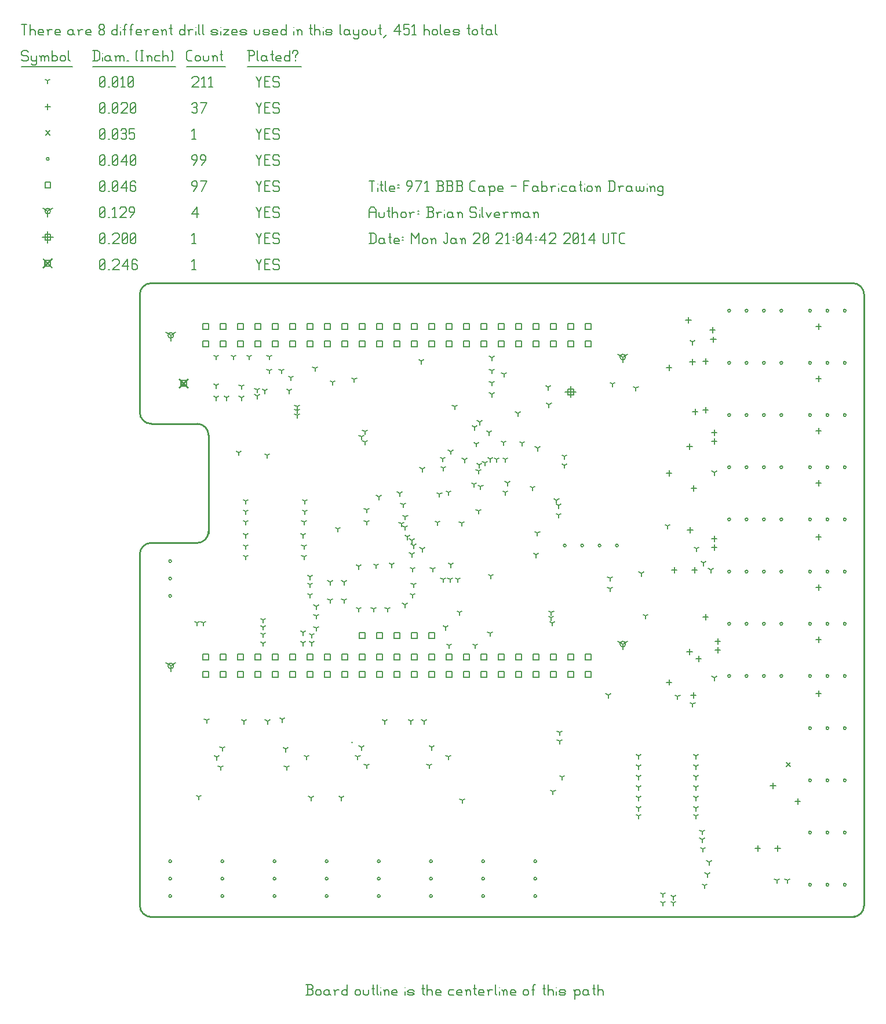
<source format=gbr>
G04 start of page 14 for group -3984 idx -3984 *
G04 Title: 971 BBB Cape, fab *
G04 Creator: pcb 20110918 *
G04 CreationDate: Mon Jan 20 21:04:42 2014 UTC *
G04 For: brians *
G04 Format: Gerber/RS-274X *
G04 PCB-Dimensions: 500000 400000 *
G04 PCB-Coordinate-Origin: lower left *
%MOIN*%
%FSLAX25Y25*%
%LNFAB*%
%ADD348C,0.0100*%
%ADD347C,0.0075*%
%ADD346C,0.0060*%
%ADD345R,0.0080X0.0080*%
%ADD344C,0.0001*%
G54D344*G36*
X90899Y345295D02*X96265Y339929D01*
X95699Y339363D01*
X90333Y344729D01*
X90899Y345295D01*
G37*
G36*
X90333Y339929D02*X95699Y345295D01*
X96265Y344729D01*
X90899Y339363D01*
X90333Y339929D01*
G37*
G54D345*X91699Y343929D02*X94899D01*
X91699D02*Y340729D01*
X94899D01*
Y343929D02*Y340729D01*
G54D344*G36*
X12600Y414216D02*X17966Y408850D01*
X17400Y408284D01*
X12034Y413650D01*
X12600Y414216D01*
G37*
G36*
X12034Y408850D02*X17400Y414216D01*
X17966Y413650D01*
X12600Y408284D01*
X12034Y408850D01*
G37*
G54D345*X13400Y412850D02*X16600D01*
X13400D02*Y409650D01*
X16600D01*
Y412850D02*Y409650D01*
G54D346*X135000Y413500D02*X136500Y410500D01*
X138000Y413500D01*
X136500Y410500D02*Y407500D01*
X139800Y410800D02*X142050D01*
X139800Y407500D02*X142800D01*
X139800Y413500D02*Y407500D01*
Y413500D02*X142800D01*
X147600D02*X148350Y412750D01*
X145350Y413500D02*X147600D01*
X144600Y412750D02*X145350Y413500D01*
X144600Y412750D02*Y411250D01*
X145350Y410500D01*
X147600D01*
X148350Y409750D01*
Y408250D01*
X147600Y407500D02*X148350Y408250D01*
X145350Y407500D02*X147600D01*
X144600Y408250D02*X145350Y407500D01*
X98000Y412300D02*X99200Y413500D01*
Y407500D01*
X98000D02*X100250D01*
X45000Y408250D02*X45750Y407500D01*
X45000Y412750D02*Y408250D01*
Y412750D02*X45750Y413500D01*
X47250D01*
X48000Y412750D01*
Y408250D01*
X47250Y407500D02*X48000Y408250D01*
X45750Y407500D02*X47250D01*
X45000Y409000D02*X48000Y412000D01*
X49800Y407500D02*X50550D01*
X52350Y412750D02*X53100Y413500D01*
X55350D01*
X56100Y412750D01*
Y411250D01*
X52350Y407500D02*X56100Y411250D01*
X52350Y407500D02*X56100D01*
X57900Y409750D02*X60900Y413500D01*
X57900Y409750D02*X61650D01*
X60900Y413500D02*Y407500D01*
X65700Y413500D02*X66450Y412750D01*
X64200Y413500D02*X65700D01*
X63450Y412750D02*X64200Y413500D01*
X63450Y412750D02*Y408250D01*
X64200Y407500D01*
X65700Y410800D02*X66450Y410050D01*
X63450Y410800D02*X65700D01*
X64200Y407500D02*X65700D01*
X66450Y408250D01*
Y410050D02*Y408250D01*
X315799Y340529D02*Y334129D01*
X312599Y337329D02*X318999D01*
X314199Y338929D02*X317399D01*
X314199D02*Y335729D01*
X317399D01*
Y338929D02*Y335729D01*
X15000Y429450D02*Y423050D01*
X11800Y426250D02*X18200D01*
X13400Y427850D02*X16600D01*
X13400D02*Y424650D01*
X16600D01*
Y427850D02*Y424650D01*
X135000Y428500D02*X136500Y425500D01*
X138000Y428500D01*
X136500Y425500D02*Y422500D01*
X139800Y425800D02*X142050D01*
X139800Y422500D02*X142800D01*
X139800Y428500D02*Y422500D01*
Y428500D02*X142800D01*
X147600D02*X148350Y427750D01*
X145350Y428500D02*X147600D01*
X144600Y427750D02*X145350Y428500D01*
X144600Y427750D02*Y426250D01*
X145350Y425500D01*
X147600D01*
X148350Y424750D01*
Y423250D01*
X147600Y422500D02*X148350Y423250D01*
X145350Y422500D02*X147600D01*
X144600Y423250D02*X145350Y422500D01*
X98000Y427300D02*X99200Y428500D01*
Y422500D01*
X98000D02*X100250D01*
X45000Y423250D02*X45750Y422500D01*
X45000Y427750D02*Y423250D01*
Y427750D02*X45750Y428500D01*
X47250D01*
X48000Y427750D01*
Y423250D01*
X47250Y422500D02*X48000Y423250D01*
X45750Y422500D02*X47250D01*
X45000Y424000D02*X48000Y427000D01*
X49800Y422500D02*X50550D01*
X52350Y427750D02*X53100Y428500D01*
X55350D01*
X56100Y427750D01*
Y426250D01*
X52350Y422500D02*X56100Y426250D01*
X52350Y422500D02*X56100D01*
X57900Y423250D02*X58650Y422500D01*
X57900Y427750D02*Y423250D01*
Y427750D02*X58650Y428500D01*
X60150D01*
X60900Y427750D01*
Y423250D01*
X60150Y422500D02*X60900Y423250D01*
X58650Y422500D02*X60150D01*
X57900Y424000D02*X60900Y427000D01*
X62700Y423250D02*X63450Y422500D01*
X62700Y427750D02*Y423250D01*
Y427750D02*X63450Y428500D01*
X64950D01*
X65700Y427750D01*
Y423250D01*
X64950Y422500D02*X65700Y423250D01*
X63450Y422500D02*X64950D01*
X62700Y424000D02*X65700Y427000D01*
X85799Y179829D02*Y176629D01*
Y179829D02*X88572Y181429D01*
X85799Y179829D02*X83026Y181429D01*
X84199Y179829D02*G75*G03X87399Y179829I1600J0D01*G01*
G75*G03X84199Y179829I-1600J0D01*G01*
X85799Y369829D02*Y366629D01*
Y369829D02*X88572Y371429D01*
X85799Y369829D02*X83026Y371429D01*
X84199Y369829D02*G75*G03X87399Y369829I1600J0D01*G01*
G75*G03X84199Y369829I-1600J0D01*G01*
X345799Y192329D02*Y189129D01*
Y192329D02*X348572Y193929D01*
X345799Y192329D02*X343026Y193929D01*
X344199Y192329D02*G75*G03X347399Y192329I1600J0D01*G01*
G75*G03X344199Y192329I-1600J0D01*G01*
X345799Y357329D02*Y354129D01*
Y357329D02*X348572Y358929D01*
X345799Y357329D02*X343026Y358929D01*
X344199Y357329D02*G75*G03X347399Y357329I1600J0D01*G01*
G75*G03X344199Y357329I-1600J0D01*G01*
X15000Y441250D02*Y438050D01*
Y441250D02*X17773Y442850D01*
X15000Y441250D02*X12227Y442850D01*
X13400Y441250D02*G75*G03X16600Y441250I1600J0D01*G01*
G75*G03X13400Y441250I-1600J0D01*G01*
X135000Y443500D02*X136500Y440500D01*
X138000Y443500D01*
X136500Y440500D02*Y437500D01*
X139800Y440800D02*X142050D01*
X139800Y437500D02*X142800D01*
X139800Y443500D02*Y437500D01*
Y443500D02*X142800D01*
X147600D02*X148350Y442750D01*
X145350Y443500D02*X147600D01*
X144600Y442750D02*X145350Y443500D01*
X144600Y442750D02*Y441250D01*
X145350Y440500D01*
X147600D01*
X148350Y439750D01*
Y438250D01*
X147600Y437500D02*X148350Y438250D01*
X145350Y437500D02*X147600D01*
X144600Y438250D02*X145350Y437500D01*
X98000Y439750D02*X101000Y443500D01*
X98000Y439750D02*X101750D01*
X101000Y443500D02*Y437500D01*
X45000Y438250D02*X45750Y437500D01*
X45000Y442750D02*Y438250D01*
Y442750D02*X45750Y443500D01*
X47250D01*
X48000Y442750D01*
Y438250D01*
X47250Y437500D02*X48000Y438250D01*
X45750Y437500D02*X47250D01*
X45000Y439000D02*X48000Y442000D01*
X49800Y437500D02*X50550D01*
X52350Y442300D02*X53550Y443500D01*
Y437500D01*
X52350D02*X54600D01*
X56400Y442750D02*X57150Y443500D01*
X59400D01*
X60150Y442750D01*
Y441250D01*
X56400Y437500D02*X60150Y441250D01*
X56400Y437500D02*X60150D01*
X62700D02*X64950Y440500D01*
Y442750D02*Y440500D01*
X64200Y443500D02*X64950Y442750D01*
X62700Y443500D02*X64200D01*
X61950Y442750D02*X62700Y443500D01*
X61950Y442750D02*Y441250D01*
X62700Y440500D01*
X64950D01*
X104199Y186429D02*X107399D01*
X104199D02*Y183229D01*
X107399D01*
Y186429D02*Y183229D01*
X104199Y176429D02*X107399D01*
X104199D02*Y173229D01*
X107399D01*
Y176429D02*Y173229D01*
X114199Y186429D02*X117399D01*
X114199D02*Y183229D01*
X117399D01*
Y186429D02*Y183229D01*
X114199Y176429D02*X117399D01*
X114199D02*Y173229D01*
X117399D01*
Y176429D02*Y173229D01*
X124199Y186429D02*X127399D01*
X124199D02*Y183229D01*
X127399D01*
Y186429D02*Y183229D01*
X124199Y176429D02*X127399D01*
X124199D02*Y173229D01*
X127399D01*
Y176429D02*Y173229D01*
X134199Y186429D02*X137399D01*
X134199D02*Y183229D01*
X137399D01*
Y186429D02*Y183229D01*
X134199Y176429D02*X137399D01*
X134199D02*Y173229D01*
X137399D01*
Y176429D02*Y173229D01*
X144199Y186429D02*X147399D01*
X144199D02*Y183229D01*
X147399D01*
Y186429D02*Y183229D01*
X144199Y176429D02*X147399D01*
X144199D02*Y173229D01*
X147399D01*
Y176429D02*Y173229D01*
X154199Y186429D02*X157399D01*
X154199D02*Y183229D01*
X157399D01*
Y186429D02*Y183229D01*
X154199Y176429D02*X157399D01*
X154199D02*Y173229D01*
X157399D01*
Y176429D02*Y173229D01*
X164199Y186429D02*X167399D01*
X164199D02*Y183229D01*
X167399D01*
Y186429D02*Y183229D01*
X164199Y176429D02*X167399D01*
X164199D02*Y173229D01*
X167399D01*
Y176429D02*Y173229D01*
X174199Y186429D02*X177399D01*
X174199D02*Y183229D01*
X177399D01*
Y186429D02*Y183229D01*
X174199Y176429D02*X177399D01*
X174199D02*Y173229D01*
X177399D01*
Y176429D02*Y173229D01*
X184199Y186429D02*X187399D01*
X184199D02*Y183229D01*
X187399D01*
Y186429D02*Y183229D01*
X184199Y176429D02*X187399D01*
X184199D02*Y173229D01*
X187399D01*
Y176429D02*Y173229D01*
X194199Y186429D02*X197399D01*
X194199D02*Y183229D01*
X197399D01*
Y186429D02*Y183229D01*
X194199Y176429D02*X197399D01*
X194199D02*Y173229D01*
X197399D01*
Y176429D02*Y173229D01*
X204199Y186429D02*X207399D01*
X204199D02*Y183229D01*
X207399D01*
Y186429D02*Y183229D01*
X204199Y176429D02*X207399D01*
X204199D02*Y173229D01*
X207399D01*
Y176429D02*Y173229D01*
X214199Y186429D02*X217399D01*
X214199D02*Y183229D01*
X217399D01*
Y186429D02*Y183229D01*
X214199Y176429D02*X217399D01*
X214199D02*Y173229D01*
X217399D01*
Y176429D02*Y173229D01*
X224199Y186429D02*X227399D01*
X224199D02*Y183229D01*
X227399D01*
Y186429D02*Y183229D01*
X224199Y176429D02*X227399D01*
X224199D02*Y173229D01*
X227399D01*
Y176429D02*Y173229D01*
X234199Y186429D02*X237399D01*
X234199D02*Y183229D01*
X237399D01*
Y186429D02*Y183229D01*
X234199Y176429D02*X237399D01*
X234199D02*Y173229D01*
X237399D01*
Y176429D02*Y173229D01*
X244199Y186429D02*X247399D01*
X244199D02*Y183229D01*
X247399D01*
Y186429D02*Y183229D01*
X244199Y176429D02*X247399D01*
X244199D02*Y173229D01*
X247399D01*
Y176429D02*Y173229D01*
X254199Y186429D02*X257399D01*
X254199D02*Y183229D01*
X257399D01*
Y186429D02*Y183229D01*
X254199Y176429D02*X257399D01*
X254199D02*Y173229D01*
X257399D01*
Y176429D02*Y173229D01*
X264199Y186429D02*X267399D01*
X264199D02*Y183229D01*
X267399D01*
Y186429D02*Y183229D01*
X264199Y176429D02*X267399D01*
X264199D02*Y173229D01*
X267399D01*
Y176429D02*Y173229D01*
X274199Y186429D02*X277399D01*
X274199D02*Y183229D01*
X277399D01*
Y186429D02*Y183229D01*
X274199Y176429D02*X277399D01*
X274199D02*Y173229D01*
X277399D01*
Y176429D02*Y173229D01*
X284199Y186429D02*X287399D01*
X284199D02*Y183229D01*
X287399D01*
Y186429D02*Y183229D01*
X284199Y176429D02*X287399D01*
X284199D02*Y173229D01*
X287399D01*
Y176429D02*Y173229D01*
X294199Y186429D02*X297399D01*
X294199D02*Y183229D01*
X297399D01*
Y186429D02*Y183229D01*
X294199Y176429D02*X297399D01*
X294199D02*Y173229D01*
X297399D01*
Y176429D02*Y173229D01*
X304199Y186429D02*X307399D01*
X304199D02*Y183229D01*
X307399D01*
Y186429D02*Y183229D01*
X304199Y176429D02*X307399D01*
X304199D02*Y173229D01*
X307399D01*
Y176429D02*Y173229D01*
X314199Y186429D02*X317399D01*
X314199D02*Y183229D01*
X317399D01*
Y186429D02*Y183229D01*
X314199Y176429D02*X317399D01*
X314199D02*Y173229D01*
X317399D01*
Y176429D02*Y173229D01*
X324199Y186429D02*X327399D01*
X324199D02*Y183229D01*
X327399D01*
Y186429D02*Y183229D01*
X324199Y176429D02*X327399D01*
X324199D02*Y173229D01*
X327399D01*
Y176429D02*Y173229D01*
X104199Y376429D02*X107399D01*
X104199D02*Y373229D01*
X107399D01*
Y376429D02*Y373229D01*
X104199Y366429D02*X107399D01*
X104199D02*Y363229D01*
X107399D01*
Y366429D02*Y363229D01*
X114199Y376429D02*X117399D01*
X114199D02*Y373229D01*
X117399D01*
Y376429D02*Y373229D01*
X114199Y366429D02*X117399D01*
X114199D02*Y363229D01*
X117399D01*
Y366429D02*Y363229D01*
X124199Y376429D02*X127399D01*
X124199D02*Y373229D01*
X127399D01*
Y376429D02*Y373229D01*
X124199Y366429D02*X127399D01*
X124199D02*Y363229D01*
X127399D01*
Y366429D02*Y363229D01*
X134199Y376429D02*X137399D01*
X134199D02*Y373229D01*
X137399D01*
Y376429D02*Y373229D01*
X134199Y366429D02*X137399D01*
X134199D02*Y363229D01*
X137399D01*
Y366429D02*Y363229D01*
X144199Y376429D02*X147399D01*
X144199D02*Y373229D01*
X147399D01*
Y376429D02*Y373229D01*
X144199Y366429D02*X147399D01*
X144199D02*Y363229D01*
X147399D01*
Y366429D02*Y363229D01*
X154199Y376429D02*X157399D01*
X154199D02*Y373229D01*
X157399D01*
Y376429D02*Y373229D01*
X154199Y366429D02*X157399D01*
X154199D02*Y363229D01*
X157399D01*
Y366429D02*Y363229D01*
X164199Y376429D02*X167399D01*
X164199D02*Y373229D01*
X167399D01*
Y376429D02*Y373229D01*
X164199Y366429D02*X167399D01*
X164199D02*Y363229D01*
X167399D01*
Y366429D02*Y363229D01*
X174199Y376429D02*X177399D01*
X174199D02*Y373229D01*
X177399D01*
Y376429D02*Y373229D01*
X174199Y366429D02*X177399D01*
X174199D02*Y363229D01*
X177399D01*
Y366429D02*Y363229D01*
X184199Y376429D02*X187399D01*
X184199D02*Y373229D01*
X187399D01*
Y376429D02*Y373229D01*
X184199Y366429D02*X187399D01*
X184199D02*Y363229D01*
X187399D01*
Y366429D02*Y363229D01*
X194199Y376429D02*X197399D01*
X194199D02*Y373229D01*
X197399D01*
Y376429D02*Y373229D01*
X194199Y366429D02*X197399D01*
X194199D02*Y363229D01*
X197399D01*
Y366429D02*Y363229D01*
X204199Y376429D02*X207399D01*
X204199D02*Y373229D01*
X207399D01*
Y376429D02*Y373229D01*
X204199Y366429D02*X207399D01*
X204199D02*Y363229D01*
X207399D01*
Y366429D02*Y363229D01*
X214199Y376429D02*X217399D01*
X214199D02*Y373229D01*
X217399D01*
Y376429D02*Y373229D01*
X214199Y366429D02*X217399D01*
X214199D02*Y363229D01*
X217399D01*
Y366429D02*Y363229D01*
X224199Y376429D02*X227399D01*
X224199D02*Y373229D01*
X227399D01*
Y376429D02*Y373229D01*
X224199Y366429D02*X227399D01*
X224199D02*Y363229D01*
X227399D01*
Y366429D02*Y363229D01*
X234199Y376429D02*X237399D01*
X234199D02*Y373229D01*
X237399D01*
Y376429D02*Y373229D01*
X234199Y366429D02*X237399D01*
X234199D02*Y363229D01*
X237399D01*
Y366429D02*Y363229D01*
X244199Y376429D02*X247399D01*
X244199D02*Y373229D01*
X247399D01*
Y376429D02*Y373229D01*
X244199Y366429D02*X247399D01*
X244199D02*Y363229D01*
X247399D01*
Y366429D02*Y363229D01*
X254199Y376429D02*X257399D01*
X254199D02*Y373229D01*
X257399D01*
Y376429D02*Y373229D01*
X254199Y366429D02*X257399D01*
X254199D02*Y363229D01*
X257399D01*
Y366429D02*Y363229D01*
X264199Y376429D02*X267399D01*
X264199D02*Y373229D01*
X267399D01*
Y376429D02*Y373229D01*
X264199Y366429D02*X267399D01*
X264199D02*Y363229D01*
X267399D01*
Y366429D02*Y363229D01*
X274199Y376429D02*X277399D01*
X274199D02*Y373229D01*
X277399D01*
Y376429D02*Y373229D01*
X274199Y366429D02*X277399D01*
X274199D02*Y363229D01*
X277399D01*
Y366429D02*Y363229D01*
X284199Y376429D02*X287399D01*
X284199D02*Y373229D01*
X287399D01*
Y376429D02*Y373229D01*
X284199Y366429D02*X287399D01*
X284199D02*Y363229D01*
X287399D01*
Y366429D02*Y363229D01*
X294199Y376429D02*X297399D01*
X294199D02*Y373229D01*
X297399D01*
Y376429D02*Y373229D01*
X294199Y366429D02*X297399D01*
X294199D02*Y363229D01*
X297399D01*
Y366429D02*Y363229D01*
X304199Y376429D02*X307399D01*
X304199D02*Y373229D01*
X307399D01*
Y376429D02*Y373229D01*
X304199Y366429D02*X307399D01*
X304199D02*Y363229D01*
X307399D01*
Y366429D02*Y363229D01*
X314199Y376429D02*X317399D01*
X314199D02*Y373229D01*
X317399D01*
Y376429D02*Y373229D01*
X314199Y366429D02*X317399D01*
X314199D02*Y363229D01*
X317399D01*
Y366429D02*Y363229D01*
X324199Y376429D02*X327399D01*
X324199D02*Y373229D01*
X327399D01*
Y376429D02*Y373229D01*
X324199Y366429D02*X327399D01*
X324199D02*Y363229D01*
X327399D01*
Y366429D02*Y363229D01*
X194199Y198929D02*X197399D01*
X194199D02*Y195729D01*
X197399D01*
Y198929D02*Y195729D01*
X204199Y198929D02*X207399D01*
X204199D02*Y195729D01*
X207399D01*
Y198929D02*Y195729D01*
X214199Y198929D02*X217399D01*
X214199D02*Y195729D01*
X217399D01*
Y198929D02*Y195729D01*
X224199Y198929D02*X227399D01*
X224199D02*Y195729D01*
X227399D01*
Y198929D02*Y195729D01*
X234199Y198929D02*X237399D01*
X234199D02*Y195729D01*
X237399D01*
Y198929D02*Y195729D01*
X13400Y457850D02*X16600D01*
X13400D02*Y454650D01*
X16600D01*
Y457850D02*Y454650D01*
X135000Y458500D02*X136500Y455500D01*
X138000Y458500D01*
X136500Y455500D02*Y452500D01*
X139800Y455800D02*X142050D01*
X139800Y452500D02*X142800D01*
X139800Y458500D02*Y452500D01*
Y458500D02*X142800D01*
X147600D02*X148350Y457750D01*
X145350Y458500D02*X147600D01*
X144600Y457750D02*X145350Y458500D01*
X144600Y457750D02*Y456250D01*
X145350Y455500D01*
X147600D01*
X148350Y454750D01*
Y453250D01*
X147600Y452500D02*X148350Y453250D01*
X145350Y452500D02*X147600D01*
X144600Y453250D02*X145350Y452500D01*
X98750D02*X101000Y455500D01*
Y457750D02*Y455500D01*
X100250Y458500D02*X101000Y457750D01*
X98750Y458500D02*X100250D01*
X98000Y457750D02*X98750Y458500D01*
X98000Y457750D02*Y456250D01*
X98750Y455500D01*
X101000D01*
X103550Y452500D02*X106550Y458500D01*
X102800D02*X106550D01*
X45000Y453250D02*X45750Y452500D01*
X45000Y457750D02*Y453250D01*
Y457750D02*X45750Y458500D01*
X47250D01*
X48000Y457750D01*
Y453250D01*
X47250Y452500D02*X48000Y453250D01*
X45750Y452500D02*X47250D01*
X45000Y454000D02*X48000Y457000D01*
X49800Y452500D02*X50550D01*
X52350Y453250D02*X53100Y452500D01*
X52350Y457750D02*Y453250D01*
Y457750D02*X53100Y458500D01*
X54600D01*
X55350Y457750D01*
Y453250D01*
X54600Y452500D02*X55350Y453250D01*
X53100Y452500D02*X54600D01*
X52350Y454000D02*X55350Y457000D01*
X57150Y454750D02*X60150Y458500D01*
X57150Y454750D02*X60900D01*
X60150Y458500D02*Y452500D01*
X64950Y458500D02*X65700Y457750D01*
X63450Y458500D02*X64950D01*
X62700Y457750D02*X63450Y458500D01*
X62700Y457750D02*Y453250D01*
X63450Y452500D01*
X64950Y455800D02*X65700Y455050D01*
X62700Y455800D02*X64950D01*
X63450Y452500D02*X64950D01*
X65700Y453250D01*
Y455050D02*Y453250D01*
X452700Y384000D02*G75*G03X454300Y384000I800J0D01*G01*
G75*G03X452700Y384000I-800J0D01*G01*
X462700D02*G75*G03X464300Y384000I800J0D01*G01*
G75*G03X462700Y384000I-800J0D01*G01*
X472700D02*G75*G03X474300Y384000I800J0D01*G01*
G75*G03X472700Y384000I-800J0D01*G01*
X452700Y324000D02*G75*G03X454300Y324000I800J0D01*G01*
G75*G03X452700Y324000I-800J0D01*G01*
X462700D02*G75*G03X464300Y324000I800J0D01*G01*
G75*G03X462700Y324000I-800J0D01*G01*
X472700D02*G75*G03X474300Y324000I800J0D01*G01*
G75*G03X472700Y324000I-800J0D01*G01*
X452700Y294000D02*G75*G03X454300Y294000I800J0D01*G01*
G75*G03X452700Y294000I-800J0D01*G01*
X462700D02*G75*G03X464300Y294000I800J0D01*G01*
G75*G03X462700Y294000I-800J0D01*G01*
X472700D02*G75*G03X474300Y294000I800J0D01*G01*
G75*G03X472700Y294000I-800J0D01*G01*
X452700Y264000D02*G75*G03X454300Y264000I800J0D01*G01*
G75*G03X452700Y264000I-800J0D01*G01*
X462700D02*G75*G03X464300Y264000I800J0D01*G01*
G75*G03X462700Y264000I-800J0D01*G01*
X472700D02*G75*G03X474300Y264000I800J0D01*G01*
G75*G03X472700Y264000I-800J0D01*G01*
X452700Y234000D02*G75*G03X454300Y234000I800J0D01*G01*
G75*G03X452700Y234000I-800J0D01*G01*
X462700D02*G75*G03X464300Y234000I800J0D01*G01*
G75*G03X462700Y234000I-800J0D01*G01*
X472700D02*G75*G03X474300Y234000I800J0D01*G01*
G75*G03X472700Y234000I-800J0D01*G01*
X452700Y204000D02*G75*G03X454300Y204000I800J0D01*G01*
G75*G03X452700Y204000I-800J0D01*G01*
X462700D02*G75*G03X464300Y204000I800J0D01*G01*
G75*G03X462700Y204000I-800J0D01*G01*
X472700D02*G75*G03X474300Y204000I800J0D01*G01*
G75*G03X472700Y204000I-800J0D01*G01*
X452700Y174000D02*G75*G03X454300Y174000I800J0D01*G01*
G75*G03X452700Y174000I-800J0D01*G01*
X462700D02*G75*G03X464300Y174000I800J0D01*G01*
G75*G03X462700Y174000I-800J0D01*G01*
X472700D02*G75*G03X474300Y174000I800J0D01*G01*
G75*G03X472700Y174000I-800J0D01*G01*
X452700Y144000D02*G75*G03X454300Y144000I800J0D01*G01*
G75*G03X452700Y144000I-800J0D01*G01*
X462700D02*G75*G03X464300Y144000I800J0D01*G01*
G75*G03X462700Y144000I-800J0D01*G01*
X472700D02*G75*G03X474300Y144000I800J0D01*G01*
G75*G03X472700Y144000I-800J0D01*G01*
X452700Y114000D02*G75*G03X454300Y114000I800J0D01*G01*
G75*G03X452700Y114000I-800J0D01*G01*
X462700D02*G75*G03X464300Y114000I800J0D01*G01*
G75*G03X462700Y114000I-800J0D01*G01*
X472700D02*G75*G03X474300Y114000I800J0D01*G01*
G75*G03X472700Y114000I-800J0D01*G01*
X452700Y84000D02*G75*G03X454300Y84000I800J0D01*G01*
G75*G03X452700Y84000I-800J0D01*G01*
X462700D02*G75*G03X464300Y84000I800J0D01*G01*
G75*G03X462700Y84000I-800J0D01*G01*
X472700D02*G75*G03X474300Y84000I800J0D01*G01*
G75*G03X472700Y84000I-800J0D01*G01*
X452700Y54000D02*G75*G03X454300Y54000I800J0D01*G01*
G75*G03X452700Y54000I-800J0D01*G01*
X462700D02*G75*G03X464300Y54000I800J0D01*G01*
G75*G03X462700Y54000I-800J0D01*G01*
X472700D02*G75*G03X474300Y54000I800J0D01*G01*
G75*G03X472700Y54000I-800J0D01*G01*
X406200Y384000D02*G75*G03X407800Y384000I800J0D01*G01*
G75*G03X406200Y384000I-800J0D01*G01*
X416200D02*G75*G03X417800Y384000I800J0D01*G01*
G75*G03X416200Y384000I-800J0D01*G01*
X426200D02*G75*G03X427800Y384000I800J0D01*G01*
G75*G03X426200Y384000I-800J0D01*G01*
X436200D02*G75*G03X437800Y384000I800J0D01*G01*
G75*G03X436200Y384000I-800J0D01*G01*
X406200Y174000D02*G75*G03X407800Y174000I800J0D01*G01*
G75*G03X406200Y174000I-800J0D01*G01*
X416200D02*G75*G03X417800Y174000I800J0D01*G01*
G75*G03X416200Y174000I-800J0D01*G01*
X426200D02*G75*G03X427800Y174000I800J0D01*G01*
G75*G03X426200Y174000I-800J0D01*G01*
X436200D02*G75*G03X437800Y174000I800J0D01*G01*
G75*G03X436200Y174000I-800J0D01*G01*
X406200Y204000D02*G75*G03X407800Y204000I800J0D01*G01*
G75*G03X406200Y204000I-800J0D01*G01*
X416200D02*G75*G03X417800Y204000I800J0D01*G01*
G75*G03X416200Y204000I-800J0D01*G01*
X426200D02*G75*G03X427800Y204000I800J0D01*G01*
G75*G03X426200Y204000I-800J0D01*G01*
X436200D02*G75*G03X437800Y204000I800J0D01*G01*
G75*G03X436200Y204000I-800J0D01*G01*
X406200Y234000D02*G75*G03X407800Y234000I800J0D01*G01*
G75*G03X406200Y234000I-800J0D01*G01*
X416200D02*G75*G03X417800Y234000I800J0D01*G01*
G75*G03X416200Y234000I-800J0D01*G01*
X426200D02*G75*G03X427800Y234000I800J0D01*G01*
G75*G03X426200Y234000I-800J0D01*G01*
X436200D02*G75*G03X437800Y234000I800J0D01*G01*
G75*G03X436200Y234000I-800J0D01*G01*
X406200Y264000D02*G75*G03X407800Y264000I800J0D01*G01*
G75*G03X406200Y264000I-800J0D01*G01*
X416200D02*G75*G03X417800Y264000I800J0D01*G01*
G75*G03X416200Y264000I-800J0D01*G01*
X426200D02*G75*G03X427800Y264000I800J0D01*G01*
G75*G03X426200Y264000I-800J0D01*G01*
X436200D02*G75*G03X437800Y264000I800J0D01*G01*
G75*G03X436200Y264000I-800J0D01*G01*
X406200Y294000D02*G75*G03X407800Y294000I800J0D01*G01*
G75*G03X406200Y294000I-800J0D01*G01*
X416200D02*G75*G03X417800Y294000I800J0D01*G01*
G75*G03X416200Y294000I-800J0D01*G01*
X426200D02*G75*G03X427800Y294000I800J0D01*G01*
G75*G03X426200Y294000I-800J0D01*G01*
X436200D02*G75*G03X437800Y294000I800J0D01*G01*
G75*G03X436200Y294000I-800J0D01*G01*
X406200Y324000D02*G75*G03X407800Y324000I800J0D01*G01*
G75*G03X406200Y324000I-800J0D01*G01*
X416200D02*G75*G03X417800Y324000I800J0D01*G01*
G75*G03X416200Y324000I-800J0D01*G01*
X426200D02*G75*G03X427800Y324000I800J0D01*G01*
G75*G03X426200Y324000I-800J0D01*G01*
X436200D02*G75*G03X437800Y324000I800J0D01*G01*
G75*G03X436200Y324000I-800J0D01*G01*
X452700Y354000D02*G75*G03X454300Y354000I800J0D01*G01*
G75*G03X452700Y354000I-800J0D01*G01*
X462700D02*G75*G03X464300Y354000I800J0D01*G01*
G75*G03X462700Y354000I-800J0D01*G01*
X472700D02*G75*G03X474300Y354000I800J0D01*G01*
G75*G03X472700Y354000I-800J0D01*G01*
X406200D02*G75*G03X407800Y354000I800J0D01*G01*
G75*G03X406200Y354000I-800J0D01*G01*
X416200D02*G75*G03X417800Y354000I800J0D01*G01*
G75*G03X416200Y354000I-800J0D01*G01*
X426200D02*G75*G03X427800Y354000I800J0D01*G01*
G75*G03X426200Y354000I-800J0D01*G01*
X436200D02*G75*G03X437800Y354000I800J0D01*G01*
G75*G03X436200Y354000I-800J0D01*G01*
X204641Y47500D02*G75*G03X206241Y47500I800J0D01*G01*
G75*G03X204641Y47500I-800J0D01*G01*
Y57500D02*G75*G03X206241Y57500I800J0D01*G01*
G75*G03X204641Y57500I-800J0D01*G01*
Y67500D02*G75*G03X206241Y67500I800J0D01*G01*
G75*G03X204641Y67500I-800J0D01*G01*
X234641Y47500D02*G75*G03X236241Y47500I800J0D01*G01*
G75*G03X234641Y47500I-800J0D01*G01*
Y57500D02*G75*G03X236241Y57500I800J0D01*G01*
G75*G03X234641Y57500I-800J0D01*G01*
Y67500D02*G75*G03X236241Y67500I800J0D01*G01*
G75*G03X234641Y67500I-800J0D01*G01*
X264641Y47500D02*G75*G03X266241Y47500I800J0D01*G01*
G75*G03X264641Y47500I-800J0D01*G01*
Y57500D02*G75*G03X266241Y57500I800J0D01*G01*
G75*G03X264641Y57500I-800J0D01*G01*
Y67500D02*G75*G03X266241Y67500I800J0D01*G01*
G75*G03X264641Y67500I-800J0D01*G01*
X294641Y47500D02*G75*G03X296241Y47500I800J0D01*G01*
G75*G03X294641Y47500I-800J0D01*G01*
Y57500D02*G75*G03X296241Y57500I800J0D01*G01*
G75*G03X294641Y57500I-800J0D01*G01*
Y67500D02*G75*G03X296241Y67500I800J0D01*G01*
G75*G03X294641Y67500I-800J0D01*G01*
X174641Y47500D02*G75*G03X176241Y47500I800J0D01*G01*
G75*G03X174641Y47500I-800J0D01*G01*
Y57500D02*G75*G03X176241Y57500I800J0D01*G01*
G75*G03X174641Y57500I-800J0D01*G01*
Y67500D02*G75*G03X176241Y67500I800J0D01*G01*
G75*G03X174641Y67500I-800J0D01*G01*
X144641Y47500D02*G75*G03X146241Y47500I800J0D01*G01*
G75*G03X144641Y47500I-800J0D01*G01*
Y57500D02*G75*G03X146241Y57500I800J0D01*G01*
G75*G03X144641Y57500I-800J0D01*G01*
Y67500D02*G75*G03X146241Y67500I800J0D01*G01*
G75*G03X144641Y67500I-800J0D01*G01*
X114641Y47500D02*G75*G03X116241Y47500I800J0D01*G01*
G75*G03X114641Y47500I-800J0D01*G01*
Y57500D02*G75*G03X116241Y57500I800J0D01*G01*
G75*G03X114641Y57500I-800J0D01*G01*
Y67500D02*G75*G03X116241Y67500I800J0D01*G01*
G75*G03X114641Y67500I-800J0D01*G01*
X84641Y47500D02*G75*G03X86241Y47500I800J0D01*G01*
G75*G03X84641Y47500I-800J0D01*G01*
Y57500D02*G75*G03X86241Y57500I800J0D01*G01*
G75*G03X84641Y57500I-800J0D01*G01*
Y67500D02*G75*G03X86241Y67500I800J0D01*G01*
G75*G03X84641Y67500I-800J0D01*G01*
X311641Y249000D02*G75*G03X313241Y249000I800J0D01*G01*
G75*G03X311641Y249000I-800J0D01*G01*
X321641D02*G75*G03X323241Y249000I800J0D01*G01*
G75*G03X321641Y249000I-800J0D01*G01*
X331641D02*G75*G03X333241Y249000I800J0D01*G01*
G75*G03X331641Y249000I-800J0D01*G01*
X341641D02*G75*G03X343241Y249000I800J0D01*G01*
G75*G03X341641Y249000I-800J0D01*G01*
X84641Y240000D02*G75*G03X86241Y240000I800J0D01*G01*
G75*G03X84641Y240000I-800J0D01*G01*
Y230000D02*G75*G03X86241Y230000I800J0D01*G01*
G75*G03X84641Y230000I-800J0D01*G01*
Y220000D02*G75*G03X86241Y220000I800J0D01*G01*
G75*G03X84641Y220000I-800J0D01*G01*
X14200Y471250D02*G75*G03X15800Y471250I800J0D01*G01*
G75*G03X14200Y471250I-800J0D01*G01*
X135000Y473500D02*X136500Y470500D01*
X138000Y473500D01*
X136500Y470500D02*Y467500D01*
X139800Y470800D02*X142050D01*
X139800Y467500D02*X142800D01*
X139800Y473500D02*Y467500D01*
Y473500D02*X142800D01*
X147600D02*X148350Y472750D01*
X145350Y473500D02*X147600D01*
X144600Y472750D02*X145350Y473500D01*
X144600Y472750D02*Y471250D01*
X145350Y470500D01*
X147600D01*
X148350Y469750D01*
Y468250D01*
X147600Y467500D02*X148350Y468250D01*
X145350Y467500D02*X147600D01*
X144600Y468250D02*X145350Y467500D01*
X98750D02*X101000Y470500D01*
Y472750D02*Y470500D01*
X100250Y473500D02*X101000Y472750D01*
X98750Y473500D02*X100250D01*
X98000Y472750D02*X98750Y473500D01*
X98000Y472750D02*Y471250D01*
X98750Y470500D01*
X101000D01*
X103550Y467500D02*X105800Y470500D01*
Y472750D02*Y470500D01*
X105050Y473500D02*X105800Y472750D01*
X103550Y473500D02*X105050D01*
X102800Y472750D02*X103550Y473500D01*
X102800Y472750D02*Y471250D01*
X103550Y470500D01*
X105800D01*
X45000Y468250D02*X45750Y467500D01*
X45000Y472750D02*Y468250D01*
Y472750D02*X45750Y473500D01*
X47250D01*
X48000Y472750D01*
Y468250D01*
X47250Y467500D02*X48000Y468250D01*
X45750Y467500D02*X47250D01*
X45000Y469000D02*X48000Y472000D01*
X49800Y467500D02*X50550D01*
X52350Y468250D02*X53100Y467500D01*
X52350Y472750D02*Y468250D01*
Y472750D02*X53100Y473500D01*
X54600D01*
X55350Y472750D01*
Y468250D01*
X54600Y467500D02*X55350Y468250D01*
X53100Y467500D02*X54600D01*
X52350Y469000D02*X55350Y472000D01*
X57150Y469750D02*X60150Y473500D01*
X57150Y469750D02*X60900D01*
X60150Y473500D02*Y467500D01*
X62700Y468250D02*X63450Y467500D01*
X62700Y472750D02*Y468250D01*
Y472750D02*X63450Y473500D01*
X64950D01*
X65700Y472750D01*
Y468250D01*
X64950Y467500D02*X65700Y468250D01*
X63450Y467500D02*X64950D01*
X62700Y469000D02*X65700Y472000D01*
X439741Y124200D02*X442141Y121800D01*
X439741D02*X442141Y124200D01*
X13800Y487450D02*X16200Y485050D01*
X13800D02*X16200Y487450D01*
X135000Y488500D02*X136500Y485500D01*
X138000Y488500D01*
X136500Y485500D02*Y482500D01*
X139800Y485800D02*X142050D01*
X139800Y482500D02*X142800D01*
X139800Y488500D02*Y482500D01*
Y488500D02*X142800D01*
X147600D02*X148350Y487750D01*
X145350Y488500D02*X147600D01*
X144600Y487750D02*X145350Y488500D01*
X144600Y487750D02*Y486250D01*
X145350Y485500D01*
X147600D01*
X148350Y484750D01*
Y483250D01*
X147600Y482500D02*X148350Y483250D01*
X145350Y482500D02*X147600D01*
X144600Y483250D02*X145350Y482500D01*
X98000Y487300D02*X99200Y488500D01*
Y482500D01*
X98000D02*X100250D01*
X45000Y483250D02*X45750Y482500D01*
X45000Y487750D02*Y483250D01*
Y487750D02*X45750Y488500D01*
X47250D01*
X48000Y487750D01*
Y483250D01*
X47250Y482500D02*X48000Y483250D01*
X45750Y482500D02*X47250D01*
X45000Y484000D02*X48000Y487000D01*
X49800Y482500D02*X50550D01*
X52350Y483250D02*X53100Y482500D01*
X52350Y487750D02*Y483250D01*
Y487750D02*X53100Y488500D01*
X54600D01*
X55350Y487750D01*
Y483250D01*
X54600Y482500D02*X55350Y483250D01*
X53100Y482500D02*X54600D01*
X52350Y484000D02*X55350Y487000D01*
X57150Y487750D02*X57900Y488500D01*
X59400D01*
X60150Y487750D01*
X59400Y482500D02*X60150Y483250D01*
X57900Y482500D02*X59400D01*
X57150Y483250D02*X57900Y482500D01*
Y485800D02*X59400D01*
X60150Y487750D02*Y486550D01*
Y485050D02*Y483250D01*
Y485050D02*X59400Y485800D01*
X60150Y486550D02*X59400Y485800D01*
X61950Y488500D02*X64950D01*
X61950D02*Y485500D01*
X62700Y486250D01*
X64200D01*
X64950Y485500D01*
Y483250D01*
X64200Y482500D02*X64950Y483250D01*
X62700Y482500D02*X64200D01*
X61950Y483250D02*X62700Y482500D01*
X432324Y112600D02*Y109400D01*
X430724Y111000D02*X433924D01*
X386441Y164600D02*Y161400D01*
X384841Y163000D02*X388041D01*
X387441Y327600D02*Y324400D01*
X385841Y326000D02*X389041D01*
X393441Y356600D02*Y353400D01*
X391841Y355000D02*X395041D01*
X386720Y283600D02*Y280400D01*
X385120Y282000D02*X388320D01*
X400441Y195600D02*Y192400D01*
X398841Y194000D02*X402041D01*
X389441Y185600D02*Y182400D01*
X387841Y184000D02*X391041D01*
X400441Y190600D02*Y187400D01*
X398841Y189000D02*X402041D01*
X393441Y209600D02*Y206400D01*
X391841Y208000D02*X395041D01*
X393441Y328600D02*Y325400D01*
X391841Y327000D02*X395041D01*
X385941Y356100D02*Y352900D01*
X384341Y354500D02*X387541D01*
X375441Y236600D02*Y233400D01*
X373841Y235000D02*X377041D01*
X384162Y189600D02*Y186400D01*
X382562Y188000D02*X385762D01*
X387070Y236600D02*Y233400D01*
X385470Y235000D02*X388670D01*
X384162Y307600D02*Y304400D01*
X382562Y306000D02*X385762D01*
X458441Y376600D02*Y373400D01*
X456841Y375000D02*X460041D01*
X458441Y346600D02*Y343400D01*
X456841Y345000D02*X460041D01*
X458441Y316600D02*Y313400D01*
X456841Y315000D02*X460041D01*
X458441Y286600D02*Y283400D01*
X456841Y285000D02*X460041D01*
X458441Y255600D02*Y252400D01*
X456841Y254000D02*X460041D01*
X458441Y226600D02*Y223400D01*
X456841Y225000D02*X460041D01*
X458441Y196600D02*Y193400D01*
X456841Y195000D02*X460041D01*
X458441Y165600D02*Y162400D01*
X456841Y164000D02*X460041D01*
X446441Y103600D02*Y100400D01*
X444841Y102000D02*X448041D01*
X434882Y76600D02*Y73400D01*
X433282Y75000D02*X436482D01*
X423441Y76600D02*Y73400D01*
X421841Y75000D02*X425041D01*
X372441Y171986D02*Y168786D01*
X370841Y170386D02*X374041D01*
X398441Y249600D02*Y246400D01*
X396841Y248000D02*X400041D01*
X398441Y254600D02*Y251400D01*
X396841Y253000D02*X400041D01*
X384512Y259600D02*Y256400D01*
X382912Y258000D02*X386112D01*
X398441Y315600D02*Y312400D01*
X396841Y314000D02*X400041D01*
X398441Y310600D02*Y307400D01*
X396841Y309000D02*X400041D01*
X372441Y292289D02*Y289089D01*
X370841Y290689D02*X374041D01*
X372441Y352789D02*Y349589D01*
X370841Y351189D02*X374041D01*
X383662Y380100D02*Y376900D01*
X382062Y378500D02*X385262D01*
X397441Y374600D02*Y371400D01*
X395841Y373000D02*X399041D01*
X397941Y369041D02*Y365841D01*
X396341Y367441D02*X399541D01*
X15000Y502850D02*Y499650D01*
X13400Y501250D02*X16600D01*
X135000Y503500D02*X136500Y500500D01*
X138000Y503500D01*
X136500Y500500D02*Y497500D01*
X139800Y500800D02*X142050D01*
X139800Y497500D02*X142800D01*
X139800Y503500D02*Y497500D01*
Y503500D02*X142800D01*
X147600D02*X148350Y502750D01*
X145350Y503500D02*X147600D01*
X144600Y502750D02*X145350Y503500D01*
X144600Y502750D02*Y501250D01*
X145350Y500500D01*
X147600D01*
X148350Y499750D01*
Y498250D01*
X147600Y497500D02*X148350Y498250D01*
X145350Y497500D02*X147600D01*
X144600Y498250D02*X145350Y497500D01*
X98000Y502750D02*X98750Y503500D01*
X100250D01*
X101000Y502750D01*
X100250Y497500D02*X101000Y498250D01*
X98750Y497500D02*X100250D01*
X98000Y498250D02*X98750Y497500D01*
Y500800D02*X100250D01*
X101000Y502750D02*Y501550D01*
Y500050D02*Y498250D01*
Y500050D02*X100250Y500800D01*
X101000Y501550D02*X100250Y500800D01*
X103550Y497500D02*X106550Y503500D01*
X102800D02*X106550D01*
X45000Y498250D02*X45750Y497500D01*
X45000Y502750D02*Y498250D01*
Y502750D02*X45750Y503500D01*
X47250D01*
X48000Y502750D01*
Y498250D01*
X47250Y497500D02*X48000Y498250D01*
X45750Y497500D02*X47250D01*
X45000Y499000D02*X48000Y502000D01*
X49800Y497500D02*X50550D01*
X52350Y498250D02*X53100Y497500D01*
X52350Y502750D02*Y498250D01*
Y502750D02*X53100Y503500D01*
X54600D01*
X55350Y502750D01*
Y498250D01*
X54600Y497500D02*X55350Y498250D01*
X53100Y497500D02*X54600D01*
X52350Y499000D02*X55350Y502000D01*
X57150Y502750D02*X57900Y503500D01*
X60150D01*
X60900Y502750D01*
Y501250D01*
X57150Y497500D02*X60900Y501250D01*
X57150Y497500D02*X60900D01*
X62700Y498250D02*X63450Y497500D01*
X62700Y502750D02*Y498250D01*
Y502750D02*X63450Y503500D01*
X64950D01*
X65700Y502750D01*
Y498250D01*
X64950Y497500D02*X65700Y498250D01*
X63450Y497500D02*X64950D01*
X62700Y499000D02*X65700Y502000D01*
X307716Y275075D02*Y273475D01*
Y275075D02*X309103Y275875D01*
X307716Y275075D02*X306329Y275875D01*
X308992Y271971D02*Y270371D01*
Y271971D02*X310379Y272771D01*
X308992Y271971D02*X307605Y272771D01*
X308872Y266522D02*Y264922D01*
Y266522D02*X310259Y267322D01*
X308872Y266522D02*X307485Y267322D01*
X245557Y279508D02*Y277908D01*
Y279508D02*X246944Y280308D01*
X245557Y279508D02*X244170Y280308D01*
X266413Y296594D02*Y294994D01*
Y296594D02*X267800Y297394D01*
X266413Y296594D02*X265026Y297394D01*
X263240Y295329D02*Y293729D01*
Y295329D02*X264627Y296129D01*
X263240Y295329D02*X261853Y296129D01*
X262740Y291829D02*Y290229D01*
Y291829D02*X264127Y292629D01*
X262740Y291829D02*X261353Y292629D01*
X254740Y298329D02*Y296729D01*
Y298329D02*X256127Y299129D01*
X254740Y298329D02*X253353Y299129D01*
X287917Y307829D02*Y306229D01*
Y307829D02*X289304Y308629D01*
X287917Y307829D02*X286530Y308629D01*
X269653Y298631D02*Y297031D01*
Y298631D02*X271040Y299431D01*
X269653Y298631D02*X268266Y299431D01*
X273229Y298582D02*Y296982D01*
Y298582D02*X274616Y299382D01*
X273229Y298582D02*X271842Y299382D01*
X278225Y279602D02*Y278002D01*
Y279602D02*X279612Y280402D01*
X278225Y279602D02*X276838Y280402D01*
X262750Y268772D02*Y267172D01*
Y268772D02*X264137Y269572D01*
X262750Y268772D02*X261363Y269572D01*
X293902Y282263D02*Y280663D01*
Y282263D02*X295289Y283063D01*
X293902Y282263D02*X292515Y283063D01*
X260341Y284249D02*Y282649D01*
Y284249D02*X261728Y285049D01*
X260341Y284249D02*X258954Y285049D01*
X296779Y304963D02*Y303363D01*
Y304963D02*X298166Y305763D01*
X296779Y304963D02*X295392Y305763D01*
X253101Y261836D02*Y260236D01*
Y261836D02*X254488Y262636D01*
X253101Y261836D02*X251714Y262636D01*
X239302Y262235D02*Y260635D01*
Y262235D02*X240689Y263035D01*
X239302Y262235D02*X237915Y263035D01*
X295937Y243628D02*Y242028D01*
Y243628D02*X297324Y244428D01*
X295937Y243628D02*X294550Y244428D01*
X278207Y298612D02*Y297012D01*
Y298612D02*X279594Y299412D01*
X278207Y298612D02*X276820Y299412D01*
X277174Y308219D02*Y306619D01*
Y308219D02*X278561Y309019D01*
X277174Y308219D02*X275787Y309019D01*
X242456Y293543D02*Y291943D01*
Y293543D02*X243843Y294343D01*
X242456Y293543D02*X241069Y294343D01*
X242168Y298800D02*Y297200D01*
Y298800D02*X243555Y299600D01*
X242168Y298800D02*X240781Y299600D01*
X312157Y300156D02*Y298556D01*
Y300156D02*X313544Y300956D01*
X312157Y300156D02*X310770Y300956D01*
X312122Y295038D02*Y293438D01*
Y295038D02*X313509Y295838D01*
X312122Y295038D02*X310735Y295838D01*
X277449Y347500D02*Y345900D01*
Y347500D02*X278836Y348300D01*
X277449Y347500D02*X276062Y348300D01*
X303365Y330000D02*Y328400D01*
Y330000D02*X304752Y330800D01*
X303365Y330000D02*X301978Y330800D01*
X285430Y325000D02*Y323400D01*
Y325000D02*X286817Y325800D01*
X285430Y325000D02*X284043Y325800D01*
X302941Y340007D02*Y338407D01*
Y340007D02*X304328Y340807D01*
X302941Y340007D02*X301554Y340807D01*
X371602Y260228D02*Y258628D01*
Y260228D02*X372989Y261028D01*
X371602Y260228D02*X370215Y261028D01*
X396441Y235000D02*Y233400D01*
Y235000D02*X397828Y235800D01*
X396441Y235000D02*X395054Y235800D01*
X385941Y366000D02*Y364400D01*
Y366000D02*X387328Y366800D01*
X385941Y366000D02*X384554Y366800D01*
X398441Y291000D02*Y289400D01*
Y291000D02*X399828Y291800D01*
X398441Y291000D02*X397054Y291800D01*
X386023Y157813D02*Y156213D01*
Y157813D02*X387410Y158613D01*
X386023Y157813D02*X384636Y158613D01*
X398441Y173000D02*Y171400D01*
Y173000D02*X399828Y173800D01*
X398441Y173000D02*X397054Y173800D01*
X434449Y56500D02*Y54900D01*
Y56500D02*X435836Y57300D01*
X434449Y56500D02*X433062Y57300D01*
X440449Y56500D02*Y54900D01*
Y56500D02*X441836Y57300D01*
X440449Y56500D02*X439062Y57300D01*
X163941Y127500D02*Y125900D01*
Y127500D02*X165328Y128300D01*
X163941Y127500D02*X162554Y128300D01*
X193390Y127500D02*Y125900D01*
Y127500D02*X194777Y128300D01*
X193390Y127500D02*X192003Y128300D01*
X112222Y127340D02*Y125740D01*
Y127340D02*X113609Y128140D01*
X112222Y127340D02*X110835Y128140D01*
X245441Y127500D02*Y125900D01*
Y127500D02*X246828Y128300D01*
X245441Y127500D02*X244054Y128300D01*
X114441Y121500D02*Y119900D01*
Y121500D02*X115828Y122300D01*
X114441Y121500D02*X113054Y122300D01*
X115441Y132500D02*Y130900D01*
Y132500D02*X116828Y133300D01*
X115441Y132500D02*X114054Y133300D01*
X152441Y121500D02*Y119900D01*
Y121500D02*X153828Y122300D01*
X152441Y121500D02*X151054Y122300D01*
X151941Y132000D02*Y130400D01*
Y132000D02*X153328Y132800D01*
X151941Y132000D02*X150554Y132800D01*
X127941Y148000D02*Y146400D01*
Y148000D02*X129328Y148800D01*
X127941Y148000D02*X126554Y148800D01*
X141441Y148000D02*Y146400D01*
Y148000D02*X142828Y148800D01*
X141441Y148000D02*X140054Y148800D01*
X198441Y122500D02*Y120900D01*
Y122500D02*X199828Y123300D01*
X198441Y122500D02*X197054Y123300D01*
X195441Y133000D02*Y131400D01*
Y133000D02*X196828Y133800D01*
X195441Y133000D02*X194054Y133800D01*
X208941Y148000D02*Y146400D01*
Y148000D02*X210328Y148800D01*
X208941Y148000D02*X207554Y148800D01*
X223941Y148000D02*Y146400D01*
Y148000D02*X225328Y148800D01*
X223941Y148000D02*X222554Y148800D01*
X234441Y122500D02*Y120900D01*
Y122500D02*X235828Y123300D01*
X234441Y122500D02*X233054Y123300D01*
X235941Y133000D02*Y131400D01*
Y133000D02*X237328Y133800D01*
X235941Y133000D02*X234554Y133800D01*
X128941Y274500D02*Y272900D01*
Y274500D02*X130328Y275300D01*
X128941Y274500D02*X127554Y275300D01*
X128941Y268500D02*Y266900D01*
Y268500D02*X130328Y269300D01*
X128941Y268500D02*X127554Y269300D01*
X128941Y262500D02*Y260900D01*
Y262500D02*X130328Y263300D01*
X128941Y262500D02*X127554Y263300D01*
X128941Y255000D02*Y253400D01*
Y255000D02*X130328Y255800D01*
X128941Y255000D02*X127554Y255800D01*
X128941Y248500D02*Y246900D01*
Y248500D02*X130328Y249300D01*
X128941Y248500D02*X127554Y249300D01*
X128941Y242500D02*Y240900D01*
Y242500D02*X130328Y243300D01*
X128941Y242500D02*X127554Y243300D01*
X162441Y242500D02*Y240900D01*
Y242500D02*X163828Y243300D01*
X162441Y242500D02*X161054Y243300D01*
X162441Y248500D02*Y246900D01*
Y248500D02*X163828Y249300D01*
X162441Y248500D02*X161054Y249300D01*
X161941Y255000D02*Y253400D01*
Y255000D02*X163328Y255800D01*
X161941Y255000D02*X160554Y255800D01*
X162441Y262500D02*Y260900D01*
Y262500D02*X163828Y263300D01*
X162441Y262500D02*X161054Y263300D01*
X162941Y268500D02*Y266900D01*
Y268500D02*X164328Y269300D01*
X162941Y268500D02*X161554Y269300D01*
X162941Y274500D02*Y272900D01*
Y274500D02*X164328Y275300D01*
X162941Y274500D02*X161554Y275300D01*
X165941Y231000D02*Y229400D01*
Y231000D02*X167328Y231800D01*
X165941Y231000D02*X164554Y231800D01*
X165941Y226500D02*Y224900D01*
Y226500D02*X167328Y227300D01*
X165941Y226500D02*X164554Y227300D01*
X165941Y220500D02*Y218900D01*
Y220500D02*X167328Y221300D01*
X165941Y220500D02*X164554Y221300D01*
X169441Y214000D02*Y212400D01*
Y214000D02*X170828Y214800D01*
X169441Y214000D02*X168054Y214800D01*
X169441Y208500D02*Y206900D01*
Y208500D02*X170828Y209300D01*
X169441Y208500D02*X168054Y209300D01*
X169441Y201500D02*Y199900D01*
Y201500D02*X170828Y202300D01*
X169441Y201500D02*X168054Y202300D01*
X141307Y300883D02*Y299283D01*
Y300883D02*X142694Y301683D01*
X141307Y300883D02*X139920Y301683D01*
X158441Y323829D02*Y322229D01*
Y323829D02*X159828Y324629D01*
X158441Y323829D02*X157054Y324629D01*
X158441Y328829D02*Y327229D01*
Y328829D02*X159828Y329629D01*
X158441Y328829D02*X157054Y329629D01*
X158441Y326500D02*Y324900D01*
Y326500D02*X159828Y327300D01*
X158441Y326500D02*X157054Y327300D01*
X197441Y314500D02*Y312900D01*
Y314500D02*X198828Y315300D01*
X197441Y314500D02*X196054Y315300D01*
X195441Y311500D02*Y309900D01*
Y311500D02*X196828Y312300D01*
X195441Y311500D02*X194054Y312300D01*
X197441Y308500D02*Y306900D01*
Y308500D02*X198828Y309300D01*
X197441Y308500D02*X196054Y309300D01*
X124831Y302385D02*Y300785D01*
Y302385D02*X126218Y303185D01*
X124831Y302385D02*X123444Y303185D01*
X135441Y338500D02*Y336900D01*
Y338500D02*X136828Y339300D01*
X135441Y338500D02*X134054Y339300D01*
X135441Y335000D02*Y333400D01*
Y335000D02*X136828Y335800D01*
X135441Y335000D02*X134054Y335800D01*
X139941Y338000D02*Y336400D01*
Y338000D02*X141328Y338800D01*
X139941Y338000D02*X138554Y338800D01*
X153941Y338000D02*Y336400D01*
Y338000D02*X155328Y338800D01*
X153941Y338000D02*X152554Y338800D01*
X111941Y334000D02*Y332400D01*
Y334000D02*X113328Y334800D01*
X111941Y334000D02*X110554Y334800D01*
X117941Y334000D02*Y332400D01*
Y334000D02*X119328Y334800D01*
X117941Y334000D02*X116554Y334800D01*
X126441Y334000D02*Y332400D01*
Y334000D02*X127828Y334800D01*
X126441Y334000D02*X125054Y334800D01*
X126441Y340500D02*Y338900D01*
Y340500D02*X127828Y341300D01*
X126441Y340500D02*X125054Y341300D01*
X111941Y341000D02*Y339400D01*
Y341000D02*X113328Y341800D01*
X111941Y341000D02*X110554Y341800D01*
X111941Y357500D02*Y355900D01*
Y357500D02*X113328Y358300D01*
X111941Y357500D02*X110554Y358300D01*
X142441Y357500D02*Y355900D01*
Y357500D02*X143828Y358300D01*
X142441Y357500D02*X141054Y358300D01*
X142441Y349500D02*Y347900D01*
Y349500D02*X143828Y350300D01*
X142441Y349500D02*X141054Y350300D01*
X154941Y345500D02*Y343900D01*
Y345500D02*X156328Y346300D01*
X154941Y345500D02*X153554Y346300D01*
X149441Y349500D02*Y347900D01*
Y349500D02*X150828Y350300D01*
X149441Y349500D02*X148054Y350300D01*
X121941Y357500D02*Y355900D01*
Y357500D02*X123328Y358300D01*
X121941Y357500D02*X120554Y358300D01*
X130941Y357500D02*Y355900D01*
Y357500D02*X132328Y358300D01*
X130941Y357500D02*X129554Y358300D01*
X309441Y141568D02*Y139968D01*
Y141568D02*X310828Y142368D01*
X309441Y141568D02*X308054Y142368D01*
X309441Y136450D02*Y134850D01*
Y136450D02*X310828Y137250D01*
X309441Y136450D02*X308054Y137250D01*
X310941Y115940D02*Y114340D01*
Y115940D02*X312328Y116740D01*
X310941Y115940D02*X309554Y116740D01*
X305696Y107500D02*Y105900D01*
Y107500D02*X307083Y108300D01*
X305696Y107500D02*X304309Y108300D01*
X263441Y320000D02*Y318400D01*
Y320000D02*X264828Y320800D01*
X263441Y320000D02*X262054Y320800D01*
X304584Y207483D02*Y205883D01*
Y207483D02*X305971Y208283D01*
X304584Y207483D02*X303197Y208283D01*
X304706Y210583D02*Y208983D01*
Y210583D02*X306093Y211383D01*
X304706Y210583D02*X303319Y211383D01*
X305280Y204383D02*Y202783D01*
Y204383D02*X306667Y205183D01*
X305280Y204383D02*X303893Y205183D01*
X246941Y238000D02*Y236400D01*
Y238000D02*X248328Y238800D01*
X246941Y238000D02*X245554Y238800D01*
X242441Y229500D02*Y227900D01*
Y229500D02*X243828Y230300D01*
X242441Y229500D02*X241054Y230300D01*
X246441Y229500D02*Y227900D01*
Y229500D02*X247828Y230300D01*
X246441Y229500D02*X245054Y230300D01*
X250941Y229500D02*Y227900D01*
Y229500D02*X252328Y230300D01*
X250941Y229500D02*X249554Y230300D01*
X221884Y254000D02*Y252400D01*
Y254000D02*X223271Y254800D01*
X221884Y254000D02*X220497Y254800D01*
X224441Y252000D02*Y250400D01*
Y252000D02*X225828Y252800D01*
X224441Y252000D02*X223054Y252800D01*
X356441Y233000D02*Y231400D01*
Y233000D02*X357828Y233800D01*
X356441Y233000D02*X355054Y233800D01*
X338441Y224192D02*Y222592D01*
Y224192D02*X339828Y224992D01*
X338441Y224192D02*X337054Y224992D01*
X338441Y230124D02*Y228524D01*
Y230124D02*X339828Y230924D01*
X338441Y230124D02*X337054Y230924D01*
X225441Y249000D02*Y247400D01*
Y249000D02*X226828Y249800D01*
X225441Y249000D02*X224054Y249800D01*
X219441Y272500D02*Y270900D01*
Y272500D02*X220828Y273300D01*
X219441Y272500D02*X218054Y273300D01*
X220729Y265580D02*Y263980D01*
Y265580D02*X222116Y266380D01*
X220729Y265580D02*X219342Y266380D01*
X217441Y279000D02*Y277400D01*
Y279000D02*X218828Y279800D01*
X217441Y279000D02*X216054Y279800D01*
X260568Y316997D02*Y315397D01*
Y316997D02*X261955Y317797D01*
X260568Y316997D02*X259181Y317797D01*
X240391Y278564D02*Y276964D01*
Y278564D02*X241778Y279364D01*
X240391Y278564D02*X239004Y279364D01*
X230441Y293000D02*Y291400D01*
Y293000D02*X231828Y293800D01*
X230441Y293000D02*X229054Y293800D01*
X264034Y282931D02*Y281331D01*
Y282931D02*X265421Y283731D01*
X264034Y282931D02*X262647Y283731D01*
X279441Y285000D02*Y283400D01*
Y285000D02*X280828Y285800D01*
X279441Y285000D02*X278054Y285800D01*
X246731Y303031D02*Y301431D01*
Y303031D02*X248118Y303831D01*
X246731Y303031D02*X245344Y303831D01*
X270441Y336000D02*Y334400D01*
Y336000D02*X271828Y336800D01*
X270441Y336000D02*X269054Y336800D01*
X270441Y342500D02*Y340900D01*
Y342500D02*X271828Y343300D01*
X270441Y342500D02*X269054Y343300D01*
X270441Y349500D02*Y347900D01*
Y349500D02*X271828Y350300D01*
X270441Y349500D02*X269054Y350300D01*
X392188Y239000D02*Y237400D01*
Y239000D02*X393575Y239800D01*
X392188Y239000D02*X390801Y239800D01*
X388207Y247280D02*Y245680D01*
Y247280D02*X389594Y248080D01*
X388207Y247280D02*X386820Y248080D01*
X191363Y344449D02*Y342849D01*
Y344449D02*X192750Y345249D01*
X191363Y344449D02*X189976Y345249D01*
X178887Y342818D02*Y341218D01*
Y342818D02*X180274Y343618D01*
X178887Y342818D02*X177500Y343618D01*
X168732Y350833D02*Y349233D01*
Y350833D02*X170119Y351633D01*
X168732Y350833D02*X167345Y351633D01*
X296727Y256227D02*Y254627D01*
Y256227D02*X298114Y257027D01*
X296727Y256227D02*X295340Y257027D01*
X339837Y341827D02*Y340227D01*
Y341827D02*X341224Y342627D01*
X339837Y341827D02*X338450Y342627D01*
X353390Y339521D02*Y337921D01*
Y339521D02*X354777Y340321D01*
X353390Y339521D02*X352003Y340321D01*
X337441Y163000D02*Y161400D01*
Y163000D02*X338828Y163800D01*
X337441Y163000D02*X336054Y163800D01*
X377347Y162178D02*Y160578D01*
Y162178D02*X378734Y162978D01*
X377347Y162178D02*X375960Y162978D01*
X230441Y247000D02*Y245400D01*
Y247000D02*X231828Y247800D01*
X230441Y247000D02*X229054Y247800D01*
X358941Y208500D02*Y206900D01*
Y208500D02*X360328Y209300D01*
X358941Y208500D02*X357554Y209300D01*
X220441Y259500D02*Y257900D01*
Y259500D02*X221828Y260300D01*
X220441Y259500D02*X219054Y260300D01*
X218441Y261500D02*Y259900D01*
Y261500D02*X219828Y262300D01*
X218441Y261500D02*X217054Y262300D01*
X198441Y262500D02*Y260900D01*
Y262500D02*X199828Y263300D01*
X198441Y262500D02*X197054Y263300D01*
X198441Y269500D02*Y267900D01*
Y269500D02*X199828Y270300D01*
X198441Y269500D02*X197054Y270300D01*
X205441Y277000D02*Y275400D01*
Y277000D02*X206828Y277800D01*
X205441Y277000D02*X204054Y277800D01*
X185441Y228000D02*Y226400D01*
Y228000D02*X186828Y228800D01*
X185441Y228000D02*X184054Y228800D01*
X177441Y228000D02*Y226400D01*
Y228000D02*X178828Y228800D01*
X177441Y228000D02*X176054Y228800D01*
X177441Y217500D02*Y215900D01*
Y217500D02*X178828Y218300D01*
X177441Y217500D02*X176054Y218300D01*
X185441Y217500D02*Y215900D01*
Y217500D02*X186828Y218300D01*
X185441Y217500D02*X184054Y218300D01*
X193941Y212500D02*Y210900D01*
Y212500D02*X195328Y213300D01*
X193941Y212500D02*X192554Y213300D01*
X202441Y212500D02*Y210900D01*
Y212500D02*X203828Y213300D01*
X202441Y212500D02*X201054Y213300D01*
X210441Y212500D02*Y210900D01*
Y212500D02*X211828Y213300D01*
X210441Y212500D02*X209054Y213300D01*
X220441Y215000D02*Y213400D01*
Y215000D02*X221828Y215800D01*
X220441Y215000D02*X219054Y215800D01*
X224941Y220500D02*Y218900D01*
Y220500D02*X226328Y221300D01*
X224941Y220500D02*X223554Y221300D01*
X225441Y226500D02*Y224900D01*
Y226500D02*X226828Y227300D01*
X225441Y226500D02*X224054Y227300D01*
X224941Y235500D02*Y233900D01*
Y235500D02*X226328Y236300D01*
X224941Y235500D02*X223554Y236300D01*
X224441Y244000D02*Y242400D01*
Y244000D02*X225828Y244800D01*
X224441Y244000D02*X223054Y244800D01*
X212941Y238000D02*Y236400D01*
Y238000D02*X214328Y238800D01*
X212941Y238000D02*X211554Y238800D01*
X203941Y237500D02*Y235900D01*
Y237500D02*X205328Y238300D01*
X203941Y237500D02*X202554Y238300D01*
X193941Y237000D02*Y235400D01*
Y237000D02*X195328Y237800D01*
X193941Y237000D02*X192554Y237800D01*
X236441Y235500D02*Y233900D01*
Y235500D02*X237828Y236300D01*
X236441Y235500D02*X235054Y236300D01*
X181941Y258500D02*Y256900D01*
Y258500D02*X183328Y259300D01*
X181941Y258500D02*X180554Y259300D01*
X104441Y204500D02*Y202900D01*
Y204500D02*X105828Y205300D01*
X104441Y204500D02*X103054Y205300D01*
X100941Y204500D02*Y202900D01*
Y204500D02*X102328Y205300D01*
X100941Y204500D02*X99554Y205300D01*
X260941Y191500D02*Y189900D01*
Y191500D02*X262328Y192300D01*
X260941Y191500D02*X259554Y192300D01*
X269441Y198500D02*Y196900D01*
Y198500D02*X270828Y199300D01*
X269441Y198500D02*X268054Y199300D01*
X269941Y231500D02*Y229900D01*
Y231500D02*X271328Y232300D01*
X269941Y231500D02*X268554Y232300D01*
X251941Y210500D02*Y208900D01*
Y210500D02*X253328Y211300D01*
X251941Y210500D02*X250554Y211300D01*
X243941Y202000D02*Y200400D01*
Y202000D02*X245328Y202800D01*
X243941Y202000D02*X242554Y202800D01*
X245863Y191524D02*Y189924D01*
Y191524D02*X247250Y192324D01*
X245863Y191524D02*X244476Y192324D01*
X261502Y307367D02*Y305767D01*
Y307367D02*X262889Y308167D01*
X261502Y307367D02*X260115Y308167D01*
X268941Y314000D02*Y312400D01*
Y314000D02*X270328Y314800D01*
X268941Y314000D02*X267554Y314800D01*
X249101Y328793D02*Y327193D01*
Y328793D02*X250488Y329593D01*
X249101Y328793D02*X247714Y329593D01*
X229818Y354988D02*Y353388D01*
Y354988D02*X231205Y355788D01*
X229818Y354988D02*X228431Y355788D01*
X270441Y357000D02*Y355400D01*
Y357000D02*X271828Y357800D01*
X270441Y357000D02*X269054Y357800D01*
X138925Y206113D02*Y204513D01*
Y206113D02*X140312Y206913D01*
X138925Y206113D02*X137538Y206913D01*
X138872Y202030D02*Y200430D01*
Y202030D02*X140259Y202830D01*
X138872Y202030D02*X137485Y202830D01*
X138925Y197841D02*Y196241D01*
Y197841D02*X140312Y198641D01*
X138925Y197841D02*X137538Y198641D01*
X138925Y192698D02*Y191098D01*
Y192698D02*X140312Y193498D01*
X138925Y192698D02*X137538Y193498D01*
X161941Y199000D02*Y197400D01*
Y199000D02*X163328Y199800D01*
X161941Y199000D02*X160554Y199800D01*
X161941Y193000D02*Y191400D01*
Y193000D02*X163328Y193800D01*
X161941Y193000D02*X160554Y193800D01*
X166941Y193000D02*Y191400D01*
Y193000D02*X168328Y193800D01*
X166941Y193000D02*X165554Y193800D01*
X166941Y197500D02*Y195900D01*
Y197500D02*X168328Y198300D01*
X166941Y197500D02*X165554Y198300D01*
X354941Y93499D02*Y91899D01*
Y93499D02*X356328Y94299D01*
X354941Y93499D02*X353554Y94299D01*
X354941Y97999D02*Y96399D01*
Y97999D02*X356328Y98799D01*
X354941Y97999D02*X353554Y98799D01*
X354941Y103999D02*Y102399D01*
Y103999D02*X356328Y104799D01*
X354941Y103999D02*X353554Y104799D01*
X354941Y109999D02*Y108399D01*
Y109999D02*X356328Y110799D01*
X354941Y109999D02*X353554Y110799D01*
X354941Y115999D02*Y114399D01*
Y115999D02*X356328Y116799D01*
X354941Y115999D02*X353554Y116799D01*
X354941Y121999D02*Y120399D01*
Y121999D02*X356328Y122799D01*
X354941Y121999D02*X353554Y122799D01*
X354941Y127999D02*Y126399D01*
Y127999D02*X356328Y128799D01*
X354941Y127999D02*X353554Y128799D01*
X387941Y127999D02*Y126399D01*
Y127999D02*X389328Y128799D01*
X387941Y127999D02*X386554Y128799D01*
X387941Y121999D02*Y120399D01*
Y121999D02*X389328Y122799D01*
X387941Y121999D02*X386554Y122799D01*
X387941Y115999D02*Y114399D01*
Y115999D02*X389328Y116799D01*
X387941Y115999D02*X386554Y116799D01*
X387941Y109999D02*Y108399D01*
Y109999D02*X389328Y110799D01*
X387941Y109999D02*X386554Y110799D01*
X387941Y97999D02*Y96399D01*
Y97999D02*X389328Y98799D01*
X387941Y97999D02*X386554Y98799D01*
X387941Y93499D02*Y91899D01*
Y93499D02*X389328Y94299D01*
X387941Y93499D02*X386554Y94299D01*
X387941Y103999D02*Y102399D01*
Y103999D02*X389328Y104799D01*
X387941Y103999D02*X386554Y104799D01*
X391441Y84499D02*Y82899D01*
Y84499D02*X392828Y85299D01*
X391441Y84499D02*X390054Y85299D01*
X391441Y79999D02*Y78399D01*
Y79999D02*X392828Y80799D01*
X391441Y79999D02*X390054Y80799D01*
X391941Y74499D02*Y72899D01*
Y74499D02*X393328Y75299D01*
X391941Y74499D02*X390554Y75299D01*
X395441Y66999D02*Y65399D01*
Y66999D02*X396828Y67799D01*
X395441Y66999D02*X394054Y67799D01*
X394441Y59999D02*Y58399D01*
Y59999D02*X395828Y60799D01*
X394441Y59999D02*X393054Y60799D01*
X392941Y53499D02*Y51899D01*
Y53499D02*X394328Y54299D01*
X392941Y53499D02*X391554Y54299D01*
X368941Y48500D02*Y46900D01*
Y48500D02*X370328Y49300D01*
X368941Y48500D02*X367554Y49300D01*
X368941Y43500D02*Y41900D01*
Y43500D02*X370328Y44300D01*
X368941Y43500D02*X367554Y44300D01*
X374941Y43500D02*Y41900D01*
Y43500D02*X376328Y44300D01*
X374941Y43500D02*X373554Y44300D01*
X374941Y47000D02*Y45400D01*
Y47000D02*X376328Y47800D01*
X374941Y47000D02*X373554Y47800D01*
X106441Y148500D02*Y146900D01*
Y148500D02*X107828Y149300D01*
X106441Y148500D02*X105054Y149300D01*
X101941Y104500D02*Y102900D01*
Y104500D02*X103328Y105300D01*
X101941Y104500D02*X100554Y105300D01*
X149941Y149000D02*Y147400D01*
Y149000D02*X151328Y149800D01*
X149941Y149000D02*X148554Y149800D01*
X166441Y104000D02*Y102400D01*
Y104000D02*X167828Y104800D01*
X166441Y104000D02*X165054Y104800D01*
X183941Y104000D02*Y102400D01*
Y104000D02*X185328Y104800D01*
X183941Y104000D02*X182554Y104800D01*
X253441Y102500D02*Y100900D01*
Y102500D02*X254828Y103300D01*
X253441Y102500D02*X252054Y103300D01*
X231441Y148000D02*Y146400D01*
Y148000D02*X232828Y148800D01*
X231441Y148000D02*X230054Y148800D01*
X15000Y516250D02*Y514650D01*
Y516250D02*X16387Y517050D01*
X15000Y516250D02*X13613Y517050D01*
X135000Y518500D02*X136500Y515500D01*
X138000Y518500D01*
X136500Y515500D02*Y512500D01*
X139800Y515800D02*X142050D01*
X139800Y512500D02*X142800D01*
X139800Y518500D02*Y512500D01*
Y518500D02*X142800D01*
X147600D02*X148350Y517750D01*
X145350Y518500D02*X147600D01*
X144600Y517750D02*X145350Y518500D01*
X144600Y517750D02*Y516250D01*
X145350Y515500D01*
X147600D01*
X148350Y514750D01*
Y513250D01*
X147600Y512500D02*X148350Y513250D01*
X145350Y512500D02*X147600D01*
X144600Y513250D02*X145350Y512500D01*
X98000Y517750D02*X98750Y518500D01*
X101000D01*
X101750Y517750D01*
Y516250D01*
X98000Y512500D02*X101750Y516250D01*
X98000Y512500D02*X101750D01*
X103550Y517300D02*X104750Y518500D01*
Y512500D01*
X103550D02*X105800D01*
X107600Y517300D02*X108800Y518500D01*
Y512500D01*
X107600D02*X109850D01*
X45000Y513250D02*X45750Y512500D01*
X45000Y517750D02*Y513250D01*
Y517750D02*X45750Y518500D01*
X47250D01*
X48000Y517750D01*
Y513250D01*
X47250Y512500D02*X48000Y513250D01*
X45750Y512500D02*X47250D01*
X45000Y514000D02*X48000Y517000D01*
X49800Y512500D02*X50550D01*
X52350Y513250D02*X53100Y512500D01*
X52350Y517750D02*Y513250D01*
Y517750D02*X53100Y518500D01*
X54600D01*
X55350Y517750D01*
Y513250D01*
X54600Y512500D02*X55350Y513250D01*
X53100Y512500D02*X54600D01*
X52350Y514000D02*X55350Y517000D01*
X57150Y517300D02*X58350Y518500D01*
Y512500D01*
X57150D02*X59400D01*
X61200Y513250D02*X61950Y512500D01*
X61200Y517750D02*Y513250D01*
Y517750D02*X61950Y518500D01*
X63450D01*
X64200Y517750D01*
Y513250D01*
X63450Y512500D02*X64200Y513250D01*
X61950Y512500D02*X63450D01*
X61200Y514000D02*X64200Y517000D01*
X3000Y533500D02*X3750Y532750D01*
X750Y533500D02*X3000D01*
X0Y532750D02*X750Y533500D01*
X0Y532750D02*Y531250D01*
X750Y530500D01*
X3000D01*
X3750Y529750D01*
Y528250D01*
X3000Y527500D02*X3750Y528250D01*
X750Y527500D02*X3000D01*
X0Y528250D02*X750Y527500D01*
X5550Y530500D02*Y528250D01*
X6300Y527500D01*
X8550Y530500D02*Y526000D01*
X7800Y525250D02*X8550Y526000D01*
X6300Y525250D02*X7800D01*
X5550Y526000D02*X6300Y525250D01*
Y527500D02*X7800D01*
X8550Y528250D01*
X11100Y529750D02*Y527500D01*
Y529750D02*X11850Y530500D01*
X12600D01*
X13350Y529750D01*
Y527500D01*
Y529750D02*X14100Y530500D01*
X14850D01*
X15600Y529750D01*
Y527500D01*
X10350Y530500D02*X11100Y529750D01*
X17400Y533500D02*Y527500D01*
Y528250D02*X18150Y527500D01*
X19650D01*
X20400Y528250D01*
Y529750D02*Y528250D01*
X19650Y530500D02*X20400Y529750D01*
X18150Y530500D02*X19650D01*
X17400Y529750D02*X18150Y530500D01*
X22200Y529750D02*Y528250D01*
Y529750D02*X22950Y530500D01*
X24450D01*
X25200Y529750D01*
Y528250D01*
X24450Y527500D02*X25200Y528250D01*
X22950Y527500D02*X24450D01*
X22200Y528250D02*X22950Y527500D01*
X27000Y533500D02*Y528250D01*
X27750Y527500D01*
X0Y524250D02*X29250D01*
X41750Y533500D02*Y527500D01*
X43700Y533500D02*X44750Y532450D01*
Y528550D01*
X43700Y527500D02*X44750Y528550D01*
X41000Y527500D02*X43700D01*
X41000Y533500D02*X43700D01*
G54D347*X46550Y532000D02*Y531850D01*
G54D346*Y529750D02*Y527500D01*
X50300Y530500D02*X51050Y529750D01*
X48800Y530500D02*X50300D01*
X48050Y529750D02*X48800Y530500D01*
X48050Y529750D02*Y528250D01*
X48800Y527500D01*
X51050Y530500D02*Y528250D01*
X51800Y527500D01*
X48800D02*X50300D01*
X51050Y528250D01*
X54350Y529750D02*Y527500D01*
Y529750D02*X55100Y530500D01*
X55850D01*
X56600Y529750D01*
Y527500D01*
Y529750D02*X57350Y530500D01*
X58100D01*
X58850Y529750D01*
Y527500D01*
X53600Y530500D02*X54350Y529750D01*
X60650Y527500D02*X61400D01*
X65900Y528250D02*X66650Y527500D01*
X65900Y532750D02*X66650Y533500D01*
X65900Y532750D02*Y528250D01*
X68450Y533500D02*X69950D01*
X69200D02*Y527500D01*
X68450D02*X69950D01*
X72500Y529750D02*Y527500D01*
Y529750D02*X73250Y530500D01*
X74000D01*
X74750Y529750D01*
Y527500D01*
X71750Y530500D02*X72500Y529750D01*
X77300Y530500D02*X79550D01*
X76550Y529750D02*X77300Y530500D01*
X76550Y529750D02*Y528250D01*
X77300Y527500D01*
X79550D01*
X81350Y533500D02*Y527500D01*
Y529750D02*X82100Y530500D01*
X83600D01*
X84350Y529750D01*
Y527500D01*
X86150Y533500D02*X86900Y532750D01*
Y528250D01*
X86150Y527500D02*X86900Y528250D01*
X41000Y524250D02*X88700D01*
X96050Y527500D02*X98000D01*
X95000Y528550D02*X96050Y527500D01*
X95000Y532450D02*Y528550D01*
Y532450D02*X96050Y533500D01*
X98000D01*
X99800Y529750D02*Y528250D01*
Y529750D02*X100550Y530500D01*
X102050D01*
X102800Y529750D01*
Y528250D01*
X102050Y527500D02*X102800Y528250D01*
X100550Y527500D02*X102050D01*
X99800Y528250D02*X100550Y527500D01*
X104600Y530500D02*Y528250D01*
X105350Y527500D01*
X106850D01*
X107600Y528250D01*
Y530500D02*Y528250D01*
X110150Y529750D02*Y527500D01*
Y529750D02*X110900Y530500D01*
X111650D01*
X112400Y529750D01*
Y527500D01*
X109400Y530500D02*X110150Y529750D01*
X114950Y533500D02*Y528250D01*
X115700Y527500D01*
X114200Y531250D02*X115700D01*
X95000Y524250D02*X117200D01*
X130750Y533500D02*Y527500D01*
X130000Y533500D02*X133000D01*
X133750Y532750D01*
Y531250D01*
X133000Y530500D02*X133750Y531250D01*
X130750Y530500D02*X133000D01*
X135550Y533500D02*Y528250D01*
X136300Y527500D01*
X140050Y530500D02*X140800Y529750D01*
X138550Y530500D02*X140050D01*
X137800Y529750D02*X138550Y530500D01*
X137800Y529750D02*Y528250D01*
X138550Y527500D01*
X140800Y530500D02*Y528250D01*
X141550Y527500D01*
X138550D02*X140050D01*
X140800Y528250D01*
X144100Y533500D02*Y528250D01*
X144850Y527500D01*
X143350Y531250D02*X144850D01*
X147100Y527500D02*X149350D01*
X146350Y528250D02*X147100Y527500D01*
X146350Y529750D02*Y528250D01*
Y529750D02*X147100Y530500D01*
X148600D01*
X149350Y529750D01*
X146350Y529000D02*X149350D01*
Y529750D02*Y529000D01*
X154150Y533500D02*Y527500D01*
X153400D02*X154150Y528250D01*
X151900Y527500D02*X153400D01*
X151150Y528250D02*X151900Y527500D01*
X151150Y529750D02*Y528250D01*
Y529750D02*X151900Y530500D01*
X153400D01*
X154150Y529750D01*
X157450Y530500D02*Y529750D01*
Y528250D02*Y527500D01*
X155950Y532750D02*Y532000D01*
Y532750D02*X156700Y533500D01*
X158200D01*
X158950Y532750D01*
Y532000D01*
X157450Y530500D02*X158950Y532000D01*
X130000Y524250D02*X160750D01*
X0Y548500D02*X3000D01*
X1500D02*Y542500D01*
X4800Y548500D02*Y542500D01*
Y544750D02*X5550Y545500D01*
X7050D01*
X7800Y544750D01*
Y542500D01*
X10350D02*X12600D01*
X9600Y543250D02*X10350Y542500D01*
X9600Y544750D02*Y543250D01*
Y544750D02*X10350Y545500D01*
X11850D01*
X12600Y544750D01*
X9600Y544000D02*X12600D01*
Y544750D02*Y544000D01*
X15150Y544750D02*Y542500D01*
Y544750D02*X15900Y545500D01*
X17400D01*
X14400D02*X15150Y544750D01*
X19950Y542500D02*X22200D01*
X19200Y543250D02*X19950Y542500D01*
X19200Y544750D02*Y543250D01*
Y544750D02*X19950Y545500D01*
X21450D01*
X22200Y544750D01*
X19200Y544000D02*X22200D01*
Y544750D02*Y544000D01*
X28950Y545500D02*X29700Y544750D01*
X27450Y545500D02*X28950D01*
X26700Y544750D02*X27450Y545500D01*
X26700Y544750D02*Y543250D01*
X27450Y542500D01*
X29700Y545500D02*Y543250D01*
X30450Y542500D01*
X27450D02*X28950D01*
X29700Y543250D01*
X33000Y544750D02*Y542500D01*
Y544750D02*X33750Y545500D01*
X35250D01*
X32250D02*X33000Y544750D01*
X37800Y542500D02*X40050D01*
X37050Y543250D02*X37800Y542500D01*
X37050Y544750D02*Y543250D01*
Y544750D02*X37800Y545500D01*
X39300D01*
X40050Y544750D01*
X37050Y544000D02*X40050D01*
Y544750D02*Y544000D01*
X44550Y543250D02*X45300Y542500D01*
X44550Y544450D02*Y543250D01*
Y544450D02*X45600Y545500D01*
X46500D01*
X47550Y544450D01*
Y543250D01*
X46800Y542500D02*X47550Y543250D01*
X45300Y542500D02*X46800D01*
X44550Y546550D02*X45600Y545500D01*
X44550Y547750D02*Y546550D01*
Y547750D02*X45300Y548500D01*
X46800D01*
X47550Y547750D01*
Y546550D01*
X46500Y545500D02*X47550Y546550D01*
X55050Y548500D02*Y542500D01*
X54300D02*X55050Y543250D01*
X52800Y542500D02*X54300D01*
X52050Y543250D02*X52800Y542500D01*
X52050Y544750D02*Y543250D01*
Y544750D02*X52800Y545500D01*
X54300D01*
X55050Y544750D01*
G54D347*X56850Y547000D02*Y546850D01*
G54D346*Y544750D02*Y542500D01*
X59100Y547750D02*Y542500D01*
Y547750D02*X59850Y548500D01*
X60600D01*
X58350Y545500D02*X59850D01*
X62850Y547750D02*Y542500D01*
Y547750D02*X63600Y548500D01*
X64350D01*
X62100Y545500D02*X63600D01*
X66600Y542500D02*X68850D01*
X65850Y543250D02*X66600Y542500D01*
X65850Y544750D02*Y543250D01*
Y544750D02*X66600Y545500D01*
X68100D01*
X68850Y544750D01*
X65850Y544000D02*X68850D01*
Y544750D02*Y544000D01*
X71400Y544750D02*Y542500D01*
Y544750D02*X72150Y545500D01*
X73650D01*
X70650D02*X71400Y544750D01*
X76200Y542500D02*X78450D01*
X75450Y543250D02*X76200Y542500D01*
X75450Y544750D02*Y543250D01*
Y544750D02*X76200Y545500D01*
X77700D01*
X78450Y544750D01*
X75450Y544000D02*X78450D01*
Y544750D02*Y544000D01*
X81000Y544750D02*Y542500D01*
Y544750D02*X81750Y545500D01*
X82500D01*
X83250Y544750D01*
Y542500D01*
X80250Y545500D02*X81000Y544750D01*
X85800Y548500D02*Y543250D01*
X86550Y542500D01*
X85050Y546250D02*X86550D01*
X93750Y548500D02*Y542500D01*
X93000D02*X93750Y543250D01*
X91500Y542500D02*X93000D01*
X90750Y543250D02*X91500Y542500D01*
X90750Y544750D02*Y543250D01*
Y544750D02*X91500Y545500D01*
X93000D01*
X93750Y544750D01*
X96300D02*Y542500D01*
Y544750D02*X97050Y545500D01*
X98550D01*
X95550D02*X96300Y544750D01*
G54D347*X100350Y547000D02*Y546850D01*
G54D346*Y544750D02*Y542500D01*
X101850Y548500D02*Y543250D01*
X102600Y542500D01*
X104100Y548500D02*Y543250D01*
X104850Y542500D01*
X109800D02*X112050D01*
X112800Y543250D01*
X112050Y544000D02*X112800Y543250D01*
X109800Y544000D02*X112050D01*
X109050Y544750D02*X109800Y544000D01*
X109050Y544750D02*X109800Y545500D01*
X112050D01*
X112800Y544750D01*
X109050Y543250D02*X109800Y542500D01*
G54D347*X114600Y547000D02*Y546850D01*
G54D346*Y544750D02*Y542500D01*
X116100Y545500D02*X119100D01*
X116100Y542500D02*X119100Y545500D01*
X116100Y542500D02*X119100D01*
X121650D02*X123900D01*
X120900Y543250D02*X121650Y542500D01*
X120900Y544750D02*Y543250D01*
Y544750D02*X121650Y545500D01*
X123150D01*
X123900Y544750D01*
X120900Y544000D02*X123900D01*
Y544750D02*Y544000D01*
X126450Y542500D02*X128700D01*
X129450Y543250D01*
X128700Y544000D02*X129450Y543250D01*
X126450Y544000D02*X128700D01*
X125700Y544750D02*X126450Y544000D01*
X125700Y544750D02*X126450Y545500D01*
X128700D01*
X129450Y544750D01*
X125700Y543250D02*X126450Y542500D01*
X133950Y545500D02*Y543250D01*
X134700Y542500D01*
X136200D01*
X136950Y543250D01*
Y545500D02*Y543250D01*
X139500Y542500D02*X141750D01*
X142500Y543250D01*
X141750Y544000D02*X142500Y543250D01*
X139500Y544000D02*X141750D01*
X138750Y544750D02*X139500Y544000D01*
X138750Y544750D02*X139500Y545500D01*
X141750D01*
X142500Y544750D01*
X138750Y543250D02*X139500Y542500D01*
X145050D02*X147300D01*
X144300Y543250D02*X145050Y542500D01*
X144300Y544750D02*Y543250D01*
Y544750D02*X145050Y545500D01*
X146550D01*
X147300Y544750D01*
X144300Y544000D02*X147300D01*
Y544750D02*Y544000D01*
X152100Y548500D02*Y542500D01*
X151350D02*X152100Y543250D01*
X149850Y542500D02*X151350D01*
X149100Y543250D02*X149850Y542500D01*
X149100Y544750D02*Y543250D01*
Y544750D02*X149850Y545500D01*
X151350D01*
X152100Y544750D01*
G54D347*X156600Y547000D02*Y546850D01*
G54D346*Y544750D02*Y542500D01*
X158850Y544750D02*Y542500D01*
Y544750D02*X159600Y545500D01*
X160350D01*
X161100Y544750D01*
Y542500D01*
X158100Y545500D02*X158850Y544750D01*
X166350Y548500D02*Y543250D01*
X167100Y542500D01*
X165600Y546250D02*X167100D01*
X168600Y548500D02*Y542500D01*
Y544750D02*X169350Y545500D01*
X170850D01*
X171600Y544750D01*
Y542500D01*
G54D347*X173400Y547000D02*Y546850D01*
G54D346*Y544750D02*Y542500D01*
X175650D02*X177900D01*
X178650Y543250D01*
X177900Y544000D02*X178650Y543250D01*
X175650Y544000D02*X177900D01*
X174900Y544750D02*X175650Y544000D01*
X174900Y544750D02*X175650Y545500D01*
X177900D01*
X178650Y544750D01*
X174900Y543250D02*X175650Y542500D01*
X183150Y548500D02*Y543250D01*
X183900Y542500D01*
X187650Y545500D02*X188400Y544750D01*
X186150Y545500D02*X187650D01*
X185400Y544750D02*X186150Y545500D01*
X185400Y544750D02*Y543250D01*
X186150Y542500D01*
X188400Y545500D02*Y543250D01*
X189150Y542500D01*
X186150D02*X187650D01*
X188400Y543250D01*
X190950Y545500D02*Y543250D01*
X191700Y542500D01*
X193950Y545500D02*Y541000D01*
X193200Y540250D02*X193950Y541000D01*
X191700Y540250D02*X193200D01*
X190950Y541000D02*X191700Y540250D01*
Y542500D02*X193200D01*
X193950Y543250D01*
X195750Y544750D02*Y543250D01*
Y544750D02*X196500Y545500D01*
X198000D01*
X198750Y544750D01*
Y543250D01*
X198000Y542500D02*X198750Y543250D01*
X196500Y542500D02*X198000D01*
X195750Y543250D02*X196500Y542500D01*
X200550Y545500D02*Y543250D01*
X201300Y542500D01*
X202800D01*
X203550Y543250D01*
Y545500D02*Y543250D01*
X206100Y548500D02*Y543250D01*
X206850Y542500D01*
X205350Y546250D02*X206850D01*
X208350Y541000D02*X209850Y542500D01*
X214350Y544750D02*X217350Y548500D01*
X214350Y544750D02*X218100D01*
X217350Y548500D02*Y542500D01*
X219900Y548500D02*X222900D01*
X219900D02*Y545500D01*
X220650Y546250D01*
X222150D01*
X222900Y545500D01*
Y543250D01*
X222150Y542500D02*X222900Y543250D01*
X220650Y542500D02*X222150D01*
X219900Y543250D02*X220650Y542500D01*
X224700Y547300D02*X225900Y548500D01*
Y542500D01*
X224700D02*X226950D01*
X231450Y548500D02*Y542500D01*
Y544750D02*X232200Y545500D01*
X233700D01*
X234450Y544750D01*
Y542500D01*
X236250Y544750D02*Y543250D01*
Y544750D02*X237000Y545500D01*
X238500D01*
X239250Y544750D01*
Y543250D01*
X238500Y542500D02*X239250Y543250D01*
X237000Y542500D02*X238500D01*
X236250Y543250D02*X237000Y542500D01*
X241050Y548500D02*Y543250D01*
X241800Y542500D01*
X244050D02*X246300D01*
X243300Y543250D02*X244050Y542500D01*
X243300Y544750D02*Y543250D01*
Y544750D02*X244050Y545500D01*
X245550D01*
X246300Y544750D01*
X243300Y544000D02*X246300D01*
Y544750D02*Y544000D01*
X248850Y542500D02*X251100D01*
X251850Y543250D01*
X251100Y544000D02*X251850Y543250D01*
X248850Y544000D02*X251100D01*
X248100Y544750D02*X248850Y544000D01*
X248100Y544750D02*X248850Y545500D01*
X251100D01*
X251850Y544750D01*
X248100Y543250D02*X248850Y542500D01*
X257100Y548500D02*Y543250D01*
X257850Y542500D01*
X256350Y546250D02*X257850D01*
X259350Y544750D02*Y543250D01*
Y544750D02*X260100Y545500D01*
X261600D01*
X262350Y544750D01*
Y543250D01*
X261600Y542500D02*X262350Y543250D01*
X260100Y542500D02*X261600D01*
X259350Y543250D02*X260100Y542500D01*
X264900Y548500D02*Y543250D01*
X265650Y542500D01*
X264150Y546250D02*X265650D01*
X269400Y545500D02*X270150Y544750D01*
X267900Y545500D02*X269400D01*
X267150Y544750D02*X267900Y545500D01*
X267150Y544750D02*Y543250D01*
X267900Y542500D01*
X270150Y545500D02*Y543250D01*
X270900Y542500D01*
X267900D02*X269400D01*
X270150Y543250D01*
X272700Y548500D02*Y543250D01*
X273450Y542500D01*
G54D348*X484600Y393300D02*Y42000D01*
X479100Y35500D02*X73500D01*
X68000Y42000D02*Y244000D01*
X74500Y250500D02*X101000D01*
X107500Y256000D02*Y312500D01*
X101000Y319000D02*X74500D01*
X68000Y325500D02*Y393300D01*
X74500Y399800D02*X478100D01*
X189949Y136059D02*X189890Y136000D01*
X478100Y399800D02*G75*G02X484600Y393300I0J-6500D01*G01*
Y42000D02*G75*G02X478100Y35500I-6500J0D01*G01*
X74500D02*G75*G02X68000Y42000I0J6500D01*G01*
Y244000D02*G75*G02X74500Y250500I6500J0D01*G01*
X107500Y257000D02*G75*G02X101000Y250500I-6500J0D01*G01*
Y319000D02*G75*G02X107500Y312500I0J-6500D01*G01*
X74500Y319000D02*G75*G02X68000Y325500I0J6500D01*G01*
Y393300D02*G75*G02X74500Y399800I6500J0D01*G01*
G54D346*X163675Y-9500D02*X166675D01*
X167425Y-8750D01*
Y-6950D02*Y-8750D01*
X166675Y-6200D02*X167425Y-6950D01*
X164425Y-6200D02*X166675D01*
X164425Y-3500D02*Y-9500D01*
X163675Y-3500D02*X166675D01*
X167425Y-4250D01*
Y-5450D01*
X166675Y-6200D02*X167425Y-5450D01*
X169225Y-7250D02*Y-8750D01*
Y-7250D02*X169975Y-6500D01*
X171475D01*
X172225Y-7250D01*
Y-8750D01*
X171475Y-9500D02*X172225Y-8750D01*
X169975Y-9500D02*X171475D01*
X169225Y-8750D02*X169975Y-9500D01*
X176275Y-6500D02*X177025Y-7250D01*
X174775Y-6500D02*X176275D01*
X174025Y-7250D02*X174775Y-6500D01*
X174025Y-7250D02*Y-8750D01*
X174775Y-9500D01*
X177025Y-6500D02*Y-8750D01*
X177775Y-9500D01*
X174775D02*X176275D01*
X177025Y-8750D01*
X180325Y-7250D02*Y-9500D01*
Y-7250D02*X181075Y-6500D01*
X182575D01*
X179575D02*X180325Y-7250D01*
X187375Y-3500D02*Y-9500D01*
X186625D02*X187375Y-8750D01*
X185125Y-9500D02*X186625D01*
X184375Y-8750D02*X185125Y-9500D01*
X184375Y-7250D02*Y-8750D01*
Y-7250D02*X185125Y-6500D01*
X186625D01*
X187375Y-7250D01*
X191875D02*Y-8750D01*
Y-7250D02*X192625Y-6500D01*
X194125D01*
X194875Y-7250D01*
Y-8750D01*
X194125Y-9500D02*X194875Y-8750D01*
X192625Y-9500D02*X194125D01*
X191875Y-8750D02*X192625Y-9500D01*
X196675Y-6500D02*Y-8750D01*
X197425Y-9500D01*
X198925D01*
X199675Y-8750D01*
Y-6500D02*Y-8750D01*
X202225Y-3500D02*Y-8750D01*
X202975Y-9500D01*
X201475Y-5750D02*X202975D01*
X204475Y-3500D02*Y-8750D01*
X205225Y-9500D01*
G54D347*X206725Y-5000D02*Y-5150D01*
G54D346*Y-7250D02*Y-9500D01*
X208975Y-7250D02*Y-9500D01*
Y-7250D02*X209725Y-6500D01*
X210475D01*
X211225Y-7250D01*
Y-9500D01*
X208225Y-6500D02*X208975Y-7250D01*
X213775Y-9500D02*X216025D01*
X213025Y-8750D02*X213775Y-9500D01*
X213025Y-7250D02*Y-8750D01*
Y-7250D02*X213775Y-6500D01*
X215275D01*
X216025Y-7250D01*
X213025Y-8000D02*X216025D01*
Y-7250D02*Y-8000D01*
G54D347*X220525Y-5000D02*Y-5150D01*
G54D346*Y-7250D02*Y-9500D01*
X222775D02*X225025D01*
X225775Y-8750D01*
X225025Y-8000D02*X225775Y-8750D01*
X222775Y-8000D02*X225025D01*
X222025Y-7250D02*X222775Y-8000D01*
X222025Y-7250D02*X222775Y-6500D01*
X225025D01*
X225775Y-7250D01*
X222025Y-8750D02*X222775Y-9500D01*
X231025Y-3500D02*Y-8750D01*
X231775Y-9500D01*
X230275Y-5750D02*X231775D01*
X233275Y-3500D02*Y-9500D01*
Y-7250D02*X234025Y-6500D01*
X235525D01*
X236275Y-7250D01*
Y-9500D01*
X238825D02*X241075D01*
X238075Y-8750D02*X238825Y-9500D01*
X238075Y-7250D02*Y-8750D01*
Y-7250D02*X238825Y-6500D01*
X240325D01*
X241075Y-7250D01*
X238075Y-8000D02*X241075D01*
Y-7250D02*Y-8000D01*
X246325Y-6500D02*X248575D01*
X245575Y-7250D02*X246325Y-6500D01*
X245575Y-7250D02*Y-8750D01*
X246325Y-9500D01*
X248575D01*
X251125D02*X253375D01*
X250375Y-8750D02*X251125Y-9500D01*
X250375Y-7250D02*Y-8750D01*
Y-7250D02*X251125Y-6500D01*
X252625D01*
X253375Y-7250D01*
X250375Y-8000D02*X253375D01*
Y-7250D02*Y-8000D01*
X255925Y-7250D02*Y-9500D01*
Y-7250D02*X256675Y-6500D01*
X257425D01*
X258175Y-7250D01*
Y-9500D01*
X255175Y-6500D02*X255925Y-7250D01*
X260725Y-3500D02*Y-8750D01*
X261475Y-9500D01*
X259975Y-5750D02*X261475D01*
X263725Y-9500D02*X265975D01*
X262975Y-8750D02*X263725Y-9500D01*
X262975Y-7250D02*Y-8750D01*
Y-7250D02*X263725Y-6500D01*
X265225D01*
X265975Y-7250D01*
X262975Y-8000D02*X265975D01*
Y-7250D02*Y-8000D01*
X268525Y-7250D02*Y-9500D01*
Y-7250D02*X269275Y-6500D01*
X270775D01*
X267775D02*X268525Y-7250D01*
X272575Y-3500D02*Y-8750D01*
X273325Y-9500D01*
G54D347*X274825Y-5000D02*Y-5150D01*
G54D346*Y-7250D02*Y-9500D01*
X277075Y-7250D02*Y-9500D01*
Y-7250D02*X277825Y-6500D01*
X278575D01*
X279325Y-7250D01*
Y-9500D01*
X276325Y-6500D02*X277075Y-7250D01*
X281875Y-9500D02*X284125D01*
X281125Y-8750D02*X281875Y-9500D01*
X281125Y-7250D02*Y-8750D01*
Y-7250D02*X281875Y-6500D01*
X283375D01*
X284125Y-7250D01*
X281125Y-8000D02*X284125D01*
Y-7250D02*Y-8000D01*
X288625Y-7250D02*Y-8750D01*
Y-7250D02*X289375Y-6500D01*
X290875D01*
X291625Y-7250D01*
Y-8750D01*
X290875Y-9500D02*X291625Y-8750D01*
X289375Y-9500D02*X290875D01*
X288625Y-8750D02*X289375Y-9500D01*
X294175Y-4250D02*Y-9500D01*
Y-4250D02*X294925Y-3500D01*
X295675D01*
X293425Y-6500D02*X294925D01*
X300625Y-3500D02*Y-8750D01*
X301375Y-9500D01*
X299875Y-5750D02*X301375D01*
X302875Y-3500D02*Y-9500D01*
Y-7250D02*X303625Y-6500D01*
X305125D01*
X305875Y-7250D01*
Y-9500D01*
G54D347*X307675Y-5000D02*Y-5150D01*
G54D346*Y-7250D02*Y-9500D01*
X309925D02*X312175D01*
X312925Y-8750D01*
X312175Y-8000D02*X312925Y-8750D01*
X309925Y-8000D02*X312175D01*
X309175Y-7250D02*X309925Y-8000D01*
X309175Y-7250D02*X309925Y-6500D01*
X312175D01*
X312925Y-7250D01*
X309175Y-8750D02*X309925Y-9500D01*
X318175Y-7250D02*Y-11750D01*
X317425Y-6500D02*X318175Y-7250D01*
X318925Y-6500D01*
X320425D01*
X321175Y-7250D01*
Y-8750D01*
X320425Y-9500D02*X321175Y-8750D01*
X318925Y-9500D02*X320425D01*
X318175Y-8750D02*X318925Y-9500D01*
X325225Y-6500D02*X325975Y-7250D01*
X323725Y-6500D02*X325225D01*
X322975Y-7250D02*X323725Y-6500D01*
X322975Y-7250D02*Y-8750D01*
X323725Y-9500D01*
X325975Y-6500D02*Y-8750D01*
X326725Y-9500D01*
X323725D02*X325225D01*
X325975Y-8750D01*
X329275Y-3500D02*Y-8750D01*
X330025Y-9500D01*
X328525Y-5750D02*X330025D01*
X331525Y-3500D02*Y-9500D01*
Y-7250D02*X332275Y-6500D01*
X333775D01*
X334525Y-7250D01*
Y-9500D01*
X200750Y428500D02*Y422500D01*
X202700Y428500D02*X203750Y427450D01*
Y423550D01*
X202700Y422500D02*X203750Y423550D01*
X200000Y422500D02*X202700D01*
X200000Y428500D02*X202700D01*
X207800Y425500D02*X208550Y424750D01*
X206300Y425500D02*X207800D01*
X205550Y424750D02*X206300Y425500D01*
X205550Y424750D02*Y423250D01*
X206300Y422500D01*
X208550Y425500D02*Y423250D01*
X209300Y422500D01*
X206300D02*X207800D01*
X208550Y423250D01*
X211850Y428500D02*Y423250D01*
X212600Y422500D01*
X211100Y426250D02*X212600D01*
X214850Y422500D02*X217100D01*
X214100Y423250D02*X214850Y422500D01*
X214100Y424750D02*Y423250D01*
Y424750D02*X214850Y425500D01*
X216350D01*
X217100Y424750D01*
X214100Y424000D02*X217100D01*
Y424750D02*Y424000D01*
X218900Y426250D02*X219650D01*
X218900Y424750D02*X219650D01*
X224150Y428500D02*Y422500D01*
Y428500D02*X226400Y425500D01*
X228650Y428500D01*
Y422500D01*
X230450Y424750D02*Y423250D01*
Y424750D02*X231200Y425500D01*
X232700D01*
X233450Y424750D01*
Y423250D01*
X232700Y422500D02*X233450Y423250D01*
X231200Y422500D02*X232700D01*
X230450Y423250D02*X231200Y422500D01*
X236000Y424750D02*Y422500D01*
Y424750D02*X236750Y425500D01*
X237500D01*
X238250Y424750D01*
Y422500D01*
X235250Y425500D02*X236000Y424750D01*
X243800Y428500D02*X245000D01*
Y423250D01*
X244250Y422500D02*X245000Y423250D01*
X243500Y422500D02*X244250D01*
X242750Y423250D02*X243500Y422500D01*
X242750Y424000D02*Y423250D01*
X249050Y425500D02*X249800Y424750D01*
X247550Y425500D02*X249050D01*
X246800Y424750D02*X247550Y425500D01*
X246800Y424750D02*Y423250D01*
X247550Y422500D01*
X249800Y425500D02*Y423250D01*
X250550Y422500D01*
X247550D02*X249050D01*
X249800Y423250D01*
X253100Y424750D02*Y422500D01*
Y424750D02*X253850Y425500D01*
X254600D01*
X255350Y424750D01*
Y422500D01*
X252350Y425500D02*X253100Y424750D01*
X259850Y427750D02*X260600Y428500D01*
X262850D01*
X263600Y427750D01*
Y426250D01*
X259850Y422500D02*X263600Y426250D01*
X259850Y422500D02*X263600D01*
X265400Y423250D02*X266150Y422500D01*
X265400Y427750D02*Y423250D01*
Y427750D02*X266150Y428500D01*
X267650D01*
X268400Y427750D01*
Y423250D01*
X267650Y422500D02*X268400Y423250D01*
X266150Y422500D02*X267650D01*
X265400Y424000D02*X268400Y427000D01*
X272900Y427750D02*X273650Y428500D01*
X275900D01*
X276650Y427750D01*
Y426250D01*
X272900Y422500D02*X276650Y426250D01*
X272900Y422500D02*X276650D01*
X278450Y427300D02*X279650Y428500D01*
Y422500D01*
X278450D02*X280700D01*
X282500Y426250D02*X283250D01*
X282500Y424750D02*X283250D01*
X285050Y423250D02*X285800Y422500D01*
X285050Y427750D02*Y423250D01*
Y427750D02*X285800Y428500D01*
X287300D01*
X288050Y427750D01*
Y423250D01*
X287300Y422500D02*X288050Y423250D01*
X285800Y422500D02*X287300D01*
X285050Y424000D02*X288050Y427000D01*
X289850Y424750D02*X292850Y428500D01*
X289850Y424750D02*X293600D01*
X292850Y428500D02*Y422500D01*
X295400Y426250D02*X296150D01*
X295400Y424750D02*X296150D01*
X297950D02*X300950Y428500D01*
X297950Y424750D02*X301700D01*
X300950Y428500D02*Y422500D01*
X303500Y427750D02*X304250Y428500D01*
X306500D01*
X307250Y427750D01*
Y426250D01*
X303500Y422500D02*X307250Y426250D01*
X303500Y422500D02*X307250D01*
X311750Y427750D02*X312500Y428500D01*
X314750D01*
X315500Y427750D01*
Y426250D01*
X311750Y422500D02*X315500Y426250D01*
X311750Y422500D02*X315500D01*
X317300Y423250D02*X318050Y422500D01*
X317300Y427750D02*Y423250D01*
Y427750D02*X318050Y428500D01*
X319550D01*
X320300Y427750D01*
Y423250D01*
X319550Y422500D02*X320300Y423250D01*
X318050Y422500D02*X319550D01*
X317300Y424000D02*X320300Y427000D01*
X322100Y427300D02*X323300Y428500D01*
Y422500D01*
X322100D02*X324350D01*
X326150Y424750D02*X329150Y428500D01*
X326150Y424750D02*X329900D01*
X329150Y428500D02*Y422500D01*
X334400Y428500D02*Y423250D01*
X335150Y422500D01*
X336650D01*
X337400Y423250D01*
Y428500D02*Y423250D01*
X339200Y428500D02*X342200D01*
X340700D02*Y422500D01*
X345050D02*X347000D01*
X344000Y423550D02*X345050Y422500D01*
X344000Y427450D02*Y423550D01*
Y427450D02*X345050Y428500D01*
X347000D01*
X200000Y442000D02*Y437500D01*
Y442000D02*X201050Y443500D01*
X202700D01*
X203750Y442000D01*
Y437500D01*
X200000Y440500D02*X203750D01*
X205550D02*Y438250D01*
X206300Y437500D01*
X207800D01*
X208550Y438250D01*
Y440500D02*Y438250D01*
X211100Y443500D02*Y438250D01*
X211850Y437500D01*
X210350Y441250D02*X211850D01*
X213350Y443500D02*Y437500D01*
Y439750D02*X214100Y440500D01*
X215600D01*
X216350Y439750D01*
Y437500D01*
X218150Y439750D02*Y438250D01*
Y439750D02*X218900Y440500D01*
X220400D01*
X221150Y439750D01*
Y438250D01*
X220400Y437500D02*X221150Y438250D01*
X218900Y437500D02*X220400D01*
X218150Y438250D02*X218900Y437500D01*
X223700Y439750D02*Y437500D01*
Y439750D02*X224450Y440500D01*
X225950D01*
X222950D02*X223700Y439750D01*
X227750Y441250D02*X228500D01*
X227750Y439750D02*X228500D01*
X233000Y437500D02*X236000D01*
X236750Y438250D01*
Y440050D02*Y438250D01*
X236000Y440800D02*X236750Y440050D01*
X233750Y440800D02*X236000D01*
X233750Y443500D02*Y437500D01*
X233000Y443500D02*X236000D01*
X236750Y442750D01*
Y441550D01*
X236000Y440800D02*X236750Y441550D01*
X239300Y439750D02*Y437500D01*
Y439750D02*X240050Y440500D01*
X241550D01*
X238550D02*X239300Y439750D01*
G54D347*X243350Y442000D02*Y441850D01*
G54D346*Y439750D02*Y437500D01*
X247100Y440500D02*X247850Y439750D01*
X245600Y440500D02*X247100D01*
X244850Y439750D02*X245600Y440500D01*
X244850Y439750D02*Y438250D01*
X245600Y437500D01*
X247850Y440500D02*Y438250D01*
X248600Y437500D01*
X245600D02*X247100D01*
X247850Y438250D01*
X251150Y439750D02*Y437500D01*
Y439750D02*X251900Y440500D01*
X252650D01*
X253400Y439750D01*
Y437500D01*
X250400Y440500D02*X251150Y439750D01*
X260900Y443500D02*X261650Y442750D01*
X258650Y443500D02*X260900D01*
X257900Y442750D02*X258650Y443500D01*
X257900Y442750D02*Y441250D01*
X258650Y440500D01*
X260900D01*
X261650Y439750D01*
Y438250D01*
X260900Y437500D02*X261650Y438250D01*
X258650Y437500D02*X260900D01*
X257900Y438250D02*X258650Y437500D01*
G54D347*X263450Y442000D02*Y441850D01*
G54D346*Y439750D02*Y437500D01*
X264950Y443500D02*Y438250D01*
X265700Y437500D01*
X267200Y440500D02*X268700Y437500D01*
X270200Y440500D02*X268700Y437500D01*
X272750D02*X275000D01*
X272000Y438250D02*X272750Y437500D01*
X272000Y439750D02*Y438250D01*
Y439750D02*X272750Y440500D01*
X274250D01*
X275000Y439750D01*
X272000Y439000D02*X275000D01*
Y439750D02*Y439000D01*
X277550Y439750D02*Y437500D01*
Y439750D02*X278300Y440500D01*
X279800D01*
X276800D02*X277550Y439750D01*
X282350D02*Y437500D01*
Y439750D02*X283100Y440500D01*
X283850D01*
X284600Y439750D01*
Y437500D01*
Y439750D02*X285350Y440500D01*
X286100D01*
X286850Y439750D01*
Y437500D01*
X281600Y440500D02*X282350Y439750D01*
X290900Y440500D02*X291650Y439750D01*
X289400Y440500D02*X290900D01*
X288650Y439750D02*X289400Y440500D01*
X288650Y439750D02*Y438250D01*
X289400Y437500D01*
X291650Y440500D02*Y438250D01*
X292400Y437500D01*
X289400D02*X290900D01*
X291650Y438250D01*
X294950Y439750D02*Y437500D01*
Y439750D02*X295700Y440500D01*
X296450D01*
X297200Y439750D01*
Y437500D01*
X294200Y440500D02*X294950Y439750D01*
X200000Y458500D02*X203000D01*
X201500D02*Y452500D01*
G54D347*X204800Y457000D02*Y456850D01*
G54D346*Y454750D02*Y452500D01*
X207050Y458500D02*Y453250D01*
X207800Y452500D01*
X206300Y456250D02*X207800D01*
X209300Y458500D02*Y453250D01*
X210050Y452500D01*
X212300D02*X214550D01*
X211550Y453250D02*X212300Y452500D01*
X211550Y454750D02*Y453250D01*
Y454750D02*X212300Y455500D01*
X213800D01*
X214550Y454750D01*
X211550Y454000D02*X214550D01*
Y454750D02*Y454000D01*
X216350Y456250D02*X217100D01*
X216350Y454750D02*X217100D01*
X222350Y452500D02*X224600Y455500D01*
Y457750D02*Y455500D01*
X223850Y458500D02*X224600Y457750D01*
X222350Y458500D02*X223850D01*
X221600Y457750D02*X222350Y458500D01*
X221600Y457750D02*Y456250D01*
X222350Y455500D01*
X224600D01*
X227150Y452500D02*X230150Y458500D01*
X226400D02*X230150D01*
X231950Y457300D02*X233150Y458500D01*
Y452500D01*
X231950D02*X234200D01*
X238700D02*X241700D01*
X242450Y453250D01*
Y455050D02*Y453250D01*
X241700Y455800D02*X242450Y455050D01*
X239450Y455800D02*X241700D01*
X239450Y458500D02*Y452500D01*
X238700Y458500D02*X241700D01*
X242450Y457750D01*
Y456550D01*
X241700Y455800D02*X242450Y456550D01*
X244250Y452500D02*X247250D01*
X248000Y453250D01*
Y455050D02*Y453250D01*
X247250Y455800D02*X248000Y455050D01*
X245000Y455800D02*X247250D01*
X245000Y458500D02*Y452500D01*
X244250Y458500D02*X247250D01*
X248000Y457750D01*
Y456550D01*
X247250Y455800D02*X248000Y456550D01*
X249800Y452500D02*X252800D01*
X253550Y453250D01*
Y455050D02*Y453250D01*
X252800Y455800D02*X253550Y455050D01*
X250550Y455800D02*X252800D01*
X250550Y458500D02*Y452500D01*
X249800Y458500D02*X252800D01*
X253550Y457750D01*
Y456550D01*
X252800Y455800D02*X253550Y456550D01*
X259100Y452500D02*X261050D01*
X258050Y453550D02*X259100Y452500D01*
X258050Y457450D02*Y453550D01*
Y457450D02*X259100Y458500D01*
X261050D01*
X265100Y455500D02*X265850Y454750D01*
X263600Y455500D02*X265100D01*
X262850Y454750D02*X263600Y455500D01*
X262850Y454750D02*Y453250D01*
X263600Y452500D01*
X265850Y455500D02*Y453250D01*
X266600Y452500D01*
X263600D02*X265100D01*
X265850Y453250D01*
X269150Y454750D02*Y450250D01*
X268400Y455500D02*X269150Y454750D01*
X269900Y455500D01*
X271400D01*
X272150Y454750D01*
Y453250D01*
X271400Y452500D02*X272150Y453250D01*
X269900Y452500D02*X271400D01*
X269150Y453250D02*X269900Y452500D01*
X274700D02*X276950D01*
X273950Y453250D02*X274700Y452500D01*
X273950Y454750D02*Y453250D01*
Y454750D02*X274700Y455500D01*
X276200D01*
X276950Y454750D01*
X273950Y454000D02*X276950D01*
Y454750D02*Y454000D01*
X281450Y455500D02*X284450D01*
X288950Y458500D02*Y452500D01*
Y458500D02*X291950D01*
X288950Y455800D02*X291200D01*
X296000Y455500D02*X296750Y454750D01*
X294500Y455500D02*X296000D01*
X293750Y454750D02*X294500Y455500D01*
X293750Y454750D02*Y453250D01*
X294500Y452500D01*
X296750Y455500D02*Y453250D01*
X297500Y452500D01*
X294500D02*X296000D01*
X296750Y453250D01*
X299300Y458500D02*Y452500D01*
Y453250D02*X300050Y452500D01*
X301550D01*
X302300Y453250D01*
Y454750D02*Y453250D01*
X301550Y455500D02*X302300Y454750D01*
X300050Y455500D02*X301550D01*
X299300Y454750D02*X300050Y455500D01*
X304850Y454750D02*Y452500D01*
Y454750D02*X305600Y455500D01*
X307100D01*
X304100D02*X304850Y454750D01*
G54D347*X308900Y457000D02*Y456850D01*
G54D346*Y454750D02*Y452500D01*
X311150Y455500D02*X313400D01*
X310400Y454750D02*X311150Y455500D01*
X310400Y454750D02*Y453250D01*
X311150Y452500D01*
X313400D01*
X317450Y455500D02*X318200Y454750D01*
X315950Y455500D02*X317450D01*
X315200Y454750D02*X315950Y455500D01*
X315200Y454750D02*Y453250D01*
X315950Y452500D01*
X318200Y455500D02*Y453250D01*
X318950Y452500D01*
X315950D02*X317450D01*
X318200Y453250D01*
X321500Y458500D02*Y453250D01*
X322250Y452500D01*
X320750Y456250D02*X322250D01*
G54D347*X323750Y457000D02*Y456850D01*
G54D346*Y454750D02*Y452500D01*
X325250Y454750D02*Y453250D01*
Y454750D02*X326000Y455500D01*
X327500D01*
X328250Y454750D01*
Y453250D01*
X327500Y452500D02*X328250Y453250D01*
X326000Y452500D02*X327500D01*
X325250Y453250D02*X326000Y452500D01*
X330800Y454750D02*Y452500D01*
Y454750D02*X331550Y455500D01*
X332300D01*
X333050Y454750D01*
Y452500D01*
X330050Y455500D02*X330800Y454750D01*
X338300Y458500D02*Y452500D01*
X340250Y458500D02*X341300Y457450D01*
Y453550D01*
X340250Y452500D02*X341300Y453550D01*
X337550Y452500D02*X340250D01*
X337550Y458500D02*X340250D01*
X343850Y454750D02*Y452500D01*
Y454750D02*X344600Y455500D01*
X346100D01*
X343100D02*X343850Y454750D01*
X350150Y455500D02*X350900Y454750D01*
X348650Y455500D02*X350150D01*
X347900Y454750D02*X348650Y455500D01*
X347900Y454750D02*Y453250D01*
X348650Y452500D01*
X350900Y455500D02*Y453250D01*
X351650Y452500D01*
X348650D02*X350150D01*
X350900Y453250D01*
X353450Y455500D02*Y453250D01*
X354200Y452500D01*
X354950D01*
X355700Y453250D01*
Y455500D02*Y453250D01*
X356450Y452500D01*
X357200D01*
X357950Y453250D01*
Y455500D02*Y453250D01*
G54D347*X359750Y457000D02*Y456850D01*
G54D346*Y454750D02*Y452500D01*
X362000Y454750D02*Y452500D01*
Y454750D02*X362750Y455500D01*
X363500D01*
X364250Y454750D01*
Y452500D01*
X361250Y455500D02*X362000Y454750D01*
X368300Y455500D02*X369050Y454750D01*
X366800Y455500D02*X368300D01*
X366050Y454750D02*X366800Y455500D01*
X366050Y454750D02*Y453250D01*
X366800Y452500D01*
X368300D01*
X369050Y453250D01*
X366050Y451000D02*X366800Y450250D01*
X368300D01*
X369050Y451000D01*
Y455500D02*Y451000D01*
M02*

</source>
